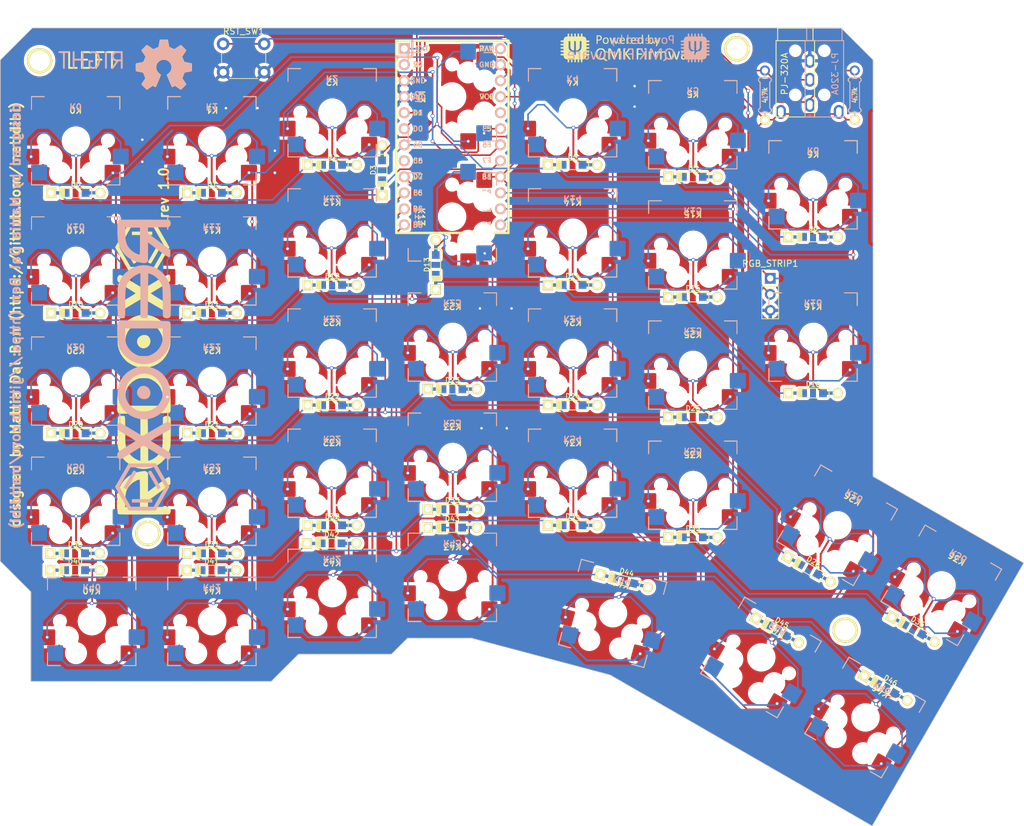
<source format=kicad_pcb>
(kicad_pcb (version 20240108) (generator "pcbnew") (generator_version "8.0")
  (title_block (title "Redox keyboard PCB") (date "2018-05-05") (rev "1.0") (comment 1 "designed by Mattia Dal Ben (aka u/TiaMaT102)") (comment 2 "https://github.com/mattdibi/redox-keyboard"))
  (layers (0 "F.Cu" signal) (31 "B.Cu" signal) (34 "B.Paste" user) (35 "F.Paste" user) (36 "B.SilkS" user "B.Silkscreen") (37 "F.SilkS" user "F.Silkscreen") (38 "B.Mask" user) (39 "F.Mask" user) (44 "Edge.Cuts" user))
  (net 0 "")
  (net 1 "row0")
  (net 2 "row1")
  (net 3 "row2")
  (net 4 "row3")
  (net 5 "row4")
  (net 6 "col0")
  (net 7 "col1")
  (net 8 "col2")
  (net 9 "col3")
  (net 10 "col4")
  (net 11 "col5")
  (net 12 "col6")
  (net 13 "VCC")
  (net 14 "SDA")
  (net 15 "SCL")
  (net 16 "rgb_data")
  (net 17 "GND")
  (net 18 "RST")
  (net 19 "Net-(D0-A)")
  (net 20 "Net-(D1-A)")
  (net 21 "Net-(D2-A)")
  (net 22 "Net-(D3-A)")
  (net 23 "Net-(D4-A)")
  (net 24 "Net-(D5-A)")
  (net 25 "Net-(D6-A)")
  (net 26 "Net-(D10-A)")
  (net 27 "Net-(D11-A)")
  (net 28 "Net-(D12-A)")
  (net 29 "Net-(D13-A)")
  (net 30 "Net-(D14-A)")
  (net 31 "Net-(D15-A)")
  (net 32 "Net-(D16-A)")
  (net 33 "Net-(D20-A)")
  (net 34 "Net-(D21-A)")
  (net 35 "Net-(D22-A)")
  (net 36 "Net-(D23-A)")
  (net 37 "Net-(D24-A)")
  (net 38 "Net-(D25-A)")
  (net 39 "Net-(D26-A)")
  (net 40 "Net-(D30-A)")
  (net 41 "Net-(D31-A)")
  (net 42 "Net-(D32-A)")
  (net 43 "Net-(D33-A)")
  (net 44 "Net-(D34-A)")
  (net 45 "Net-(D35-A)")
  (net 46 "Net-(D36-A)")
  (net 47 "Net-(D40-A)")
  (net 48 "Net-(D41-A)")
  (net 49 "Net-(D42-A)")
  (net 50 "Net-(D43-A)")
  (net 51 "Net-(D44-A)")
  (net 52 "Net-(D45-A)")
  (net 53 "Net-(D46-A)")
  (footprint "redox_footprints:Diode-dual" (layer "F.Cu") (at 91.44 74.93 180)
    (property "Reference" "D0")
    (property "Value" "D" (hide yes))
  )
  (footprint "redox_footprints:Diode-dual" (layer "F.Cu") (at 113.03 74.93 180)
    (property "Reference" "D1")
    (property "Value" "D" (hide yes))
  )
  (footprint "redox_footprints:Diode-dual" (layer "F.Cu") (at 132.08 70.485 180)
    (property "Reference" "D2")
    (property "Value" "D" (hide yes))
  )
  (footprint "redox_footprints:Diode-dual" (layer "F.Cu") (at 140 71.35 -90)
    (property "Reference" "D3")
    (property "Value" "D" (hide yes))
  )
  (footprint "redox_footprints:Diode-dual" (layer "F.Cu") (at 170.18 70.485 180)
    (property "Reference" "D4")
    (property "Value" "D" (hide yes))
  )
  (footprint "redox_footprints:Diode-dual" (layer "F.Cu") (at 189.23 72.39 180)
    (property "Reference" "D5")
    (property "Value" "D" (hide yes))
  )
  (footprint "redox_footprints:Diode-dual" (layer "F.Cu") (at 208.28 81.915 180)
    (property "Reference" "D6")
    (property "Value" "D" (hide yes))
  )
  (footprint "redox_footprints:Diode-dual" (layer "F.Cu") (at 91.44 93.98 180)
    (property "Reference" "D10")
    (property "Value" "D" (hide yes))
  )
  (footprint "redox_footprints:Diode-dual" (layer "F.Cu") (at 113.03 93.98 180)
    (property "Reference" "D11")
    (property "Value" "D" (hide yes))
  )
  (footprint "redox_footprints:Diode-dual" (layer "F.Cu") (at 132.08 89.535 180)
    (property "Reference" "D12")
    (property "Value" "D" (hide yes))
  )
  (footprint "redox_footprints:Diode-dual" (layer "F.Cu") (at 148.5 86.35 -90)
    (property "Reference" "D13")
    (property "Value" "D" (hide yes))
  )
  (footprint "redox_footprints:Diode-dual" (layer "F.Cu") (at 170.18 89.535 180)
    (property "Reference" "D14")
    (property "Value" "D" (hide yes))
  )
  (footprint "redox_footprints:Diode-dual" (layer "F.Cu") (at 189.23 91.44 180)
    (property "Reference" "D15")
    (property "Value" "D" (hide yes))
  )
  (footprint "redox_footprints:Diode-dual" (layer "F.Cu") (at 208.28 106.68 180)
    (property "Reference" "D16")
    (property "Value" "D" (hide yes))
  )
  (footprint "redox_footprints:Diode-dual" (layer "F.Cu") (at 91.44 113.03 180)
    (property "Reference" "D20")
    (property "Value" "D" (hide yes))
  )
  (footprint "redox_footprints:Diode-dual" (layer "F.Cu") (at 113.03 113.03 180)
    (property "Reference" "D21")
    (property "Value" "D" (hide yes))
  )
  (footprint "redox_footprints:Diode-dual" (layer "F.Cu") (at 132.08 108.585 180)
    (property "Reference" "D22")
    (property "Value" "D" (hide yes))
  )
  (footprint "redox_footprints:Diode-dual" (layer "F.Cu") (at 151.13 106.045 180)
    (property "Reference" "D23")
    (property "Value" "D" (hide yes))
  )
  (footprint "redox_footprints:Diode-dual" (layer "F.Cu") (at 170.18 108.585 180)
    (property "Reference" "D24")
    (property "Value" "D" (hide yes))
  )
  (footprint "redox_footprints:Diode-dual" (layer "F.Cu") (at 189.23 110.49 180)
    (property "Reference" "D25")
    (property "Value" "D" (hide yes))
  )
  (footprint "redox_footprints:Diode-dual" (layer "F.Cu") (at 207.645 134.62 150)
    (property "Reference" "D26")
    (property "Value" "D" (hide yes))
  )
  (footprint "redox_footprints:Diode-dual" (layer "F.Cu") (at 91.35 132.08 180)
    (property "Reference" "D30")
    (property "Value" "D" (hide yes))
  )
  (footprint "redox_footprints:Diode-dual" (layer "F.Cu") (at 113.03 132.08 180)
    (property "Reference" "D31")
    (property "Value" "D" (hide yes))
  )
  (footprint "redox_footprints:Diode-dual" (layer "F.Cu") (at 132.08 127.635 180)
    (property "Reference" "D32")
    (property "Value" "D" (hide yes))
  )
  (footprint "redox_footprints:Diode-dual" (layer "F.Cu") (at 151.13 125.095 180)
    (property "Reference" "D33")
    (property "Value" "D" (hide yes))
  )
  (footprint "redox_footprints:Diode-dual" (layer "F.Cu") (at 170.18 127.635 180)
    (property "Reference" "D34")
    (property "Value" "D" (hide yes))
  )
  (footprint "redox_footprints:Diode-dual" (layer "F.Cu") (at 189.23 129.54 180)
    (property "Reference" "D35")
    (property "Value" "D" (hide yes))
  )
  (footprint "redox_footprints:Diode-dual" (layer "F.Cu") (at 224.155 144.145 150)
    (property "Reference" "D36")
    (property "Value" "D" (hide yes))
  )
  (footprint "redox_footprints:Diode-dual" (layer "F.Cu") (at 91.35 134.75 180)
    (property "Reference" "D40")
    (property "Value" "D" (hide yes))
  )
  (footprint "redox_footprints:Diode-dual" (layer "F.Cu") (at 112.97 134.75 180)
    (property "Reference" "D41")
    (property "Value" "D" (hide yes))
  )
  (footprint "redox_footprints:Diode-dual" (layer "F.Cu") (at 132 130.5 180)
    (property "Reference" "D42")
    (property "Value" "D" (hide yes))
  )
  (footprint "redox_footprints:Diode-dual" (layer "F.Cu") (at 151.1 128 180)
    (property "Reference" "D43")
    (property "Value" "D" (hide yes))
  )
  (footprint "redox_footprints:Diode-dual" (layer "F.Cu") (at 178.358 136.448811 165)
    (property "Reference" "D44")
    (property "Value" "D" (hide yes))
  )
  (footprint "redox_footprints:Diode-dual" (layer "F.Cu") (at 202.622501 144.3 150)
    (property "Reference" "D45")
    (property "Value" "D" (hide yes))
  )
  (footprint "redox_footprints:Diode-dual" (layer "F.Cu") (at 219.838269 153.45 150)
    (property "Reference" "D46")
    (property "Value" "D" (hide yes))
  )
  (footprint "redox_footprints:my_Mx_Alps_100-dualside-Hotswap" (layer "F.Cu") (at 91.44 66.675 180)
    (property "Reference" "K0" (hide yes))
    (property "Value" "KEYSW" (hide yes))
  )
  (footprint "redox_footprints:my_Mx_Alps_100-dualside-Hotswap" (layer "F.Cu") (at 113.03 66.675 180)
    (property "Reference" "K1" (hide yes))
    (property "Value" "KEYSW" (hide yes))
  )
  (footprint "redox_footprints:my_Mx_Alps_100-dualside-Hotswap" (layer "F.Cu") (at 132.08 62.23 180)
    (property "Reference" "K2" (hide yes))
    (property "Value" "KEYSW" (hide yes))
  )
  (footprint "redox_footprints:my_Mx_Alps_100-dualside-Hotswap" (layer "F.Cu") (at 151.13 59.69 -90)
    (property "Reference" "K3" (hide yes))
    (property "Value" "KEYSW" (hide yes))
  )
  (footprint "redox_footprints:my_Mx_Alps_100-dualside-Hotswap" (layer "F.Cu") (at 170.18 62.23 180)
    (property "Reference" "K4" (hide yes))
    (property "Value" "KEYSW" (hide yes))
  )
  (footprint "redox_footprints:my_Mx_Alps_100-dualside-Hotswap" (layer "F.Cu") (at 189.23 64.135 180)
    (property "Reference" "K5" (hide yes))
    (property "Value" "KEYSW" (hide yes))
  )
  (footprint "redox_footprints:my_Mx_Alps_100-dualside-Hotswap" (layer "F.Cu") (at 208.28 73.66 180)
    (property "Reference" "K6" (hide yes))
    (property "Value" "KEYSW" (hide yes))
  )
  (footprint "redox_footprints:my_Mx_Alps_100-dualside-Hotswap" (layer "F.Cu") (at 91.44 85.725 180)
    (property "Reference" "K10" (hide yes))
    (property "Value" "KEYSW" (hide yes))
  )
  (footprint "redox_footprints:my_Mx_Alps_100-dualside-Hotswap" (layer "F.Cu") (at 113.03 85.725 180)
    (property "Reference" "K11" (hide yes))
    (property "Value" "KEYSW" (hide yes))
  )
  (footprint "redox_footprints:my_Mx_Alps_100-dualside-Hotswap" (layer "F.Cu") (at 132.08 81.28 180)
    (property "Reference" "K12" (hide yes))
    (property "Value" "KEYSW" (hide yes))
  )
  (footprint "redox_footprints:my_Mx_Alps_100-dualside-Hotswap" (layer "F.Cu") (at 151.13 78.74 -90)
    (property "Reference" "K13" (hide yes))
    (property "Value" "KEYSW" (hide yes))
  )
  (footprint "redox_footprints:my_Mx_Alps_100-dualside-Hotswap" (layer "F.Cu") (at 170.18 81.28 180)
    (property "Reference" "K14" (hide yes))
    (property "Value" "KEYSW" (hide yes))
  )
  (footprint "redox_footprints:my_Mx_Alps_100-dualside-Hotswap" (layer "F.Cu") (at 189.23 83.185 180)
    (property "Reference" "K15" (hide yes))
    (property "Value" "KEYSW" (hide yes))
  )
  (footprint "redox_footprints:my_Mx_Alps_100-dualside-Hotswap" (layer "F.Cu") (at 208.28 97.79 180)
    (property "Reference" "K16" (hide yes))
    (property "Value" "KEYSW" (hide yes))
  )
  (footprint "redox_footprints:my_Mx_Alps_100-dualside-Hotswap" (layer "F.Cu") (at 91.44 104.775 180)
    (property "Reference" "K20" (hide yes))
    (property "Value" "KEYSW" (hide yes))
  )
  (footprint "redox_footprints:my_Mx_Alps_100-dualside-Hotswap" (layer "F.Cu") (at 113.03 104.775 180)
    (property "Reference" "K21" (hide yes))
    (property "Value" "KEYSW" (hide yes))
  )
  (footprint "redox_footprints:my_Mx_Alps_100-dualside-Hotswap" (layer "F.Cu") (at 132.08 100.33 180)
    (property "Reference" "K22" (hide yes))
    (property "Value" "KEYSW" (hide yes))
  )
  (footprint "redox_footprints:my_Mx_Alps_100-dualside-Hotswap" (layer "F.Cu") (at 151.13 97.79 180)
    (property "Reference" "K23" (hide yes))
    (property "Value" "KEYSW" (hide yes))
  )
  (footprint "redox_footprints:my_Mx_Alps_100-dualside-Hotswap" (layer "F.Cu") (at 170.18 100.33 180)
    (property "Reference" "K24" (hide yes))
    (property "Value" "KEYSW" (hide yes))
  )
  (footprint "redox_footprints:my_Mx_Alps_100-dualside-Hotswap" (layer "F.Cu") (at 189.23 102.235 180)
    (property "Reference" "K25" (hide yes))
    (property "Value" "KEYSW" (hide yes))
  )
  (footprint "redox_footprints:my_Mx_Alps_100-dualside-Hotswap" (layer "F.Cu") (at 212.09 127.635 150)
    (property "Reference" "K26" (hide yes))
    (property "Value" "KEYSW" (hide yes))
  )
  (footprint "redox_footprints:my_Mx_Alps_100-dualside-Hotswap" (layer "F.Cu") (at 91.44 123.825 180)
    (property "Reference" "K30" (hide yes))
    (property "Value" "KEYSW" (hide yes))
  )
  (footprint "redox_footprints:my_Mx_Alps_100-dualside-Hotswap" (layer "F.Cu") (at 113.03 123.825 180)
    (property "Reference" "K31" (hide yes))
    (property "Value" "KEYSW" (hide yes))
  )
  (footprint "redox_footprints:my_Mx_Alps_100-dualside-Hotswap" (layer "F.Cu") (at 132.08 119.38 180)
    (property "Reference" "K32" (hide yes))
    (property "Value" "KEYSW" (hide yes))
  )
  (footprint "redox_footprints:my_Mx_Alps_100-dualside-Hotswap" (layer "F.Cu") (at 151.13 116.84 180)
    (property "Reference" "K33" (hide yes))
    (property "Value" "KEYSW" (hide yes))
  )
  (footprint "redox_footprints:my_Mx_Alps_100-dualside-Hotswap" (layer "F.Cu") (at 170.18 119.38 180)
    (property "Reference" "K34" (hide yes))
    (property "Value" "KEYSW" (hide yes))
  )
  (footprint "redox_footprints:my_Mx_Alps_100-dualside-Hotswap" (layer "F.Cu") (at 189.23 121.285 180)
    (property "Reference" "K35" (hide yes))
    (property "Value" "KEYSW" (hide yes))
  )
  (footprint "redox_footprints:my_Mx_Alps_100-dualside-Hotswap" (layer "F.Cu") (at 228.6 137.16 150)
    (property "Reference" "K36" (hide yes))
    (property "Value" "KEYSW" (hide yes))
  )
  (footprint "redox_footprints:my_Mx_Alps_100-dualside-Hotswap" (layer "F.Cu") (at 93.98 142.875 180)
    (property "Reference" "K40" (hide yes))
    (property "Value" "KEYSW" (hide yes))
  )
  (footprint "redox_footprints:my_Mx_Alps_100-dualside-Hotswap" (layer "F.Cu") (at 113.03 142.875 180)
    (property "Reference" "K41" (hide yes))
    (property "Value" "KEYSW" (hide yes))
  )
  (footprint "redox_footprints:my_Mx_Alps_100-dualside-Hotswap" (layer "F.Cu") (at 132.08 138.43 180)
    (property "Reference" "K42" (hide yes))
    (property "Value" "KEYSW" (hide yes))
  )
  (footprint "redox_footprints:my_Mx_Alps_100-dualside-Hotswap" (layer "F.Cu") (at 151.13 135.89 180)
    (property "Reference" "K43" (hide yes))
    (property "Value" "KEYSW" (hide yes))
  )
  (footprint "redox_footprints:my_Mx_Alps_100-dualside-Hotswap" (layer "F.Cu") (at 176.53 141.605 165)
    (property "Reference" "K44" (hide yes))
    (property "Value" "KEYSW" (hide yes))
  )
  (footprint "redox_footprints:my_Mx_Alps_100-dualside-Hotswap" (layer "F.Cu") (at 200.025 148.59 150)
    (property "Reference" "K45" (hide yes))
    (property "Value" "KEYSW" (hide yes))
  )
  (footprint "redox_footprints:my_Mx_Alps_100-dualside-Hotswap" (layer "F.Cu") (at 216.535 158.115 150)
    (property "Reference" "K46" (hide yes))
    (property "Value" "KEYSW" (hide yes))
  )
  (footprint "redox_footprints:Resistor-Compact" (layer "F.Cu") (at 200.66 59.436 90)
    (property "Reference" "R1")
    (property "Value" "4.7k")
  )
  (footprint "redox_footprints:Resistor-Compact" (layer "F.Cu") (at 214.884 59.436 90)
    (property "Reference" "R2")
    (property "Value" "4.7k")
  )
  (footprint "redox_footprints:Pin_Header_Straight_1x03_Pitch2.54mm" (layer "F.Cu") (at 201.5 88.475)
    (property "Reference" "RGB_STRIP1")
    (property "Value" "Conn_01x03")
  )
  (footprint "redox_footprints:SW_PUSH_6mm_h4.3mm" (layer "F.Cu") (at 114.808 51.308)
    (property "Reference" "RST_SW1")
    (property "Value" "SW_PUSH")
  )
  (footprint "redox_footprints:TRRS-PJ-320A-dual" (layer "F.Cu") (at 207.772 50.8)
    (property "Reference" "TRRS1")
    (property "Value" "Audio-Jack-4")
  )
  (footprint "redox_footprints:ArduinoProMicro" (layer "F.Cu") (at 151.13 66.04 -90)
    (property "Reference" "U1" (hide yes))
    (property "Value" "ProMicro" (hide yes))
  )
  (footprint "keyboard_parts:HOLE_M3" (layer "F.Cu") (at 213.36 144.272)
    (property "Reference" "HOLE_M3" (hide yes))
    (property "Value" "VAL**" (hide yes))
  )
  (footprint "keyboard_parts:HOLE_M3" (layer "F.Cu") (at 85.725 53.975)
    (property "Reference" "HOLE_M3" (hide yes))
    (property "Value" "VAL**" (hide yes))
  )
  (footprint "keyboard_parts:HOLE_M3" (layer "F.Cu") (at 102.87 128.905)
    (property "Reference" "HOLE_M3" (hide yes))
    (property "Value" "VAL**" (hide yes))
  )
  (footprint "keyboard_parts:HOLE_M3" (layer "F.Cu") (at 196.215 52.07)
    (property "Reference" "HOLE_M3" (hide yes))
    (property "Value" "VAL**" (hide yes))
  )
  (footprint "Symbols:OSHW-Symbol_8.9x8mm_SilkScreen" (layer "F.Cu") (at 105.41 54.61)
    (property "Reference" "REF***" (hide yes))
    (property "Value" "OSHW-Logo2_14.6x12mm_SilkScreen" (hide yes))
  )
  (footprint "myparts:redox-logo" (layer "F.Cu") (at 102.235 102.87 90)
    (property "Reference" "G***" (hide yes))
    (property "Value" "LOGO" (hide yes))
  )
  (footprint "myparts:qmk-badge" (layer "F.Cu") (at 179.578 51.943)
    (property "Reference" "G***" (hide yes))
    (property "Value" "LOGO" (hide yes))
  )
  (footprint "Symbols:OSHW-Symbol_8.9x8mm_SilkScreen" (layer "B.Cu") (at 105.41 54.61 180)
    (property "Reference" "REF***" (hide yes))
    (property "Value" "OSHW-Logo2_14.6x12mm_SilkScreen" (hide yes))
  )
  (footprint "myparts:redox-logo" (layer "B.Cu") (at 102.235 102.235 -90)
    (property "Reference" "G***" (hide yes))
    (property "Value" "LOGO" (hide yes))
  )
  (footprint "myparts:qmk-badge" (layer "B.Cu") (at 180.594 51.943 180)
    (property "Reference" "G***" (hide yes))
    (property "Value" "LOGO" (hide yes))
  )
  (gr_line (start 154.178 145.542) (end 144.018 145.542) (stroke (width 0.1)) (layer "Edge.Cuts"))
  (gr_line (start 126.746 148.082) (end 141.478 148.082) (stroke (width 0.1)) (layer "Edge.Cuts"))
  (gr_line (start 79.502 53.848) (end 79.502 57.15) (stroke (width 0.1)) (layer "Edge.Cuts"))
  (gr_line (start 84.328 138.176) (end 84.328 152.4) (stroke (width 0.1)) (layer "Edge.Cuts"))
  (gr_line (start 84.328 152.4) (end 122.428 152.4) (stroke (width 0.1)) (layer "Edge.Cuts"))
  (gr_line (start 79.502 53.848) (end 84.582 48.768) (stroke (width 0.1)) (layer "Edge.Cuts"))
  (gr_line (start 217.551 175.26) (end 176.149 151.384) (stroke (width 0.1)) (layer "Edge.Cuts"))
  (gr_line (start 217.805 53.848) (end 212.725 48.768) (stroke (width 0.1)) (layer "Edge.Cuts"))
  (gr_line (start 79.502 57.15) (end 79.502 133.35) (stroke (width 0.1)) (layer "Edge.Cuts"))
  (gr_line (start 217.805 64.008) (end 217.805 119.888) (stroke (width 0.1)) (layer "Edge.Cuts"))
  (gr_line (start 212.725 48.768) (end 84.582 48.768) (stroke (width 0.1)) (layer "Edge.Cuts"))
  (gr_line (start 217.678 175.26) (end 241.681 133.604) (stroke (width 0.1)) (layer "Edge.Cuts"))
  (gr_line (start 176.149 151.384) (end 154.178 145.542) (stroke (width 0.1)) (layer "Edge.Cuts"))
  (gr_line (start 217.805 119.888) (end 241.681 133.604) (stroke (width 0.1)) (layer "Edge.Cuts"))
  (gr_line (start 217.805 53.848) (end 217.805 64.008) (stroke (width 0.1)) (layer "Edge.Cuts"))
  (gr_line (start 217.551 175.26) (end 217.678 175.26) (stroke (width 0.1)) (layer "Edge.Cuts"))
  (gr_line (start 79.502 133.35) (end 84.328 138.176) (stroke (width 0.1)) (layer "Edge.Cuts"))
  (gr_line (start 141.478 148.082) (end 144.018 145.542) (stroke (width 0.1)) (layer "Edge.Cuts"))
  (gr_line (start 122.428 152.4) (end 126.746 148.082) (stroke (width 0.1)) (layer "Edge.Cuts"))
  (gr_text "designed by Mattia Dal Ben (https://github.com/mattdibi)" (at 81.915 94.488 90) (layer "B.SilkS") (effects (font (size 1.5 1.5) (thickness 0.3)) (justify mirror)))
  (gr_text "RIGHT" (at 93.98 53.975 0) (layer "B.SilkS") (effects (font (size 2.5 2.5) (thickness 0.3)) (justify mirror)))
  (gr_text "LEFT" (at 93.98 53.975 0) (layer "F.SilkS") (effects (font (size 2.5 2.5) (thickness 0.3))))
  (gr_text "rev 1.0" (at 105.41 74.93 90) (layer "F.SilkS") (effects (font (size 1.5 1.5) (thickness 0.3))))
  (gr_text "designed by Mattia Dal Ben (https://github.com/mattdibi)" (at 81.915 94.234 90) (layer "F.SilkS") (effects (font (size 1.5 1.5) (thickness 0.3))))
  (segment (start 122.61 76.055) (end 128.18 70.485) (width 0.25) (layer "B.Cu") (net 1))
  (segment (start 169.385 72.39) (end 185.33 72.39) (width 0.25) (layer "B.Cu") (net 1))
  (segment (start 152.198004 67.31) (end 143.51 67.31) (width 0.25) (layer "B.Cu") (net 1))
  (segment (start 167.48 70.485) (end 169.385 72.39) (width 0.25) (layer "B.Cu") (net 1))
  (segment (start 129.38 70.485) (end 134.145 75.25) (width 0.25) (layer "B.Cu") (net 1))
  (segment (start 88.74 74.93) (end 89.865 76.055) (width 0.25) (layer "B.Cu") (net 1))
  (segment (start 202.839996 81.915) (end 204.38 81.915) (width 0.25) (layer "B.Cu") (net 1))
  (segment (start 134.145 75.25) (end 140 75.25) (width 0.25) (layer "B.Cu") (net 1))
  (segment (start 155 63.475) (end 155 62.275) (width 0.25) (layer "B.Cu") (net 1))
  (segment (start 165.7137 71.0513) (end 155.939304 71.0513) (width 0.25) (layer "B.Cu") (net 1))
  (segment (start 142.3087 68.5113) (end 143.51 67.31) (width 0.25) (layer "B.Cu") (net 1))
  (segment (start 186.53 72.39) (end 188.14 74) (width 0.25) (layer "B.Cu") (net 1))
  (segment (start 111.455 76.055) (end 122.61 76.055) (width 0.25) (layer "B.Cu") (net 1))
  (segment (start 140 74.05) (end 142.3087 71.7413) (width 0.25) (layer "B.Cu") (net 1))
  (segment (start 166.28 70.485) (end 165.7137 71.0513) (width 0.25) (layer "B.Cu") (net 1))
  (segment (start 142.3087 71.7413) (end 142.3087 68.5113) (width 0.25) (layer "B.Cu") (net 1))
  (segment (start 89.865 76.055) (end 108.005 76.055) (width 0.25) (layer "B.Cu") (net 1))
  (segment (start 188.14 74) (end 194.924996 74) (width 0.25) (layer "B.Cu") (net 1))
  (segment (start 194.924996 74) (end 202.839996 81.915) (width 0.25) (layer "B.Cu") (net 1))
  (segment (start 110.33 74.93) (end 111.455 76.055) (width 0.25) (layer "B.Cu") (net 1))
  (segment (start 108.005 76.055) (end 109.13 74.93) (width 0.25) (layer "B.Cu") (net 1))
  (segment (start 155.939304 71.0513) (end 152.198004 67.31) (width 0.25) (layer "B.Cu") (net 1))
  (segment (start 144.75 91.75) (end 144.75 73.63) (width 0.25) (layer "F.Cu") (net 2))
  (segment (start 144.75 73.63) (end 143.51 72.39) (width 0.25) (layer "F.Cu") (net 2))
  (via (at 144.75 91.75) (size 0.6) (drill 0.4) (layers "F.Cu" "B.Cu") (net 2))
  (segment (start 110.33 93.98) (end 111.455 95.105) (width 0.25) (layer "B.Cu") (net 2))
  (segment (start 147 91.75) (end 148.5 90.25) (width 0.25) (layer "B.Cu") (net 2))
  (segment (start 88.74 93.98) (end 89.865 95.105) (width 0.25) (layer "B.Cu") (net 2))
  (segment (start 144.75 91.75) (end 147 91.75) (width 0.25) (layer "B.Cu") (net 2))
  (segment (start 165.795 89.05) (end 166.28 89.535) (width 0.25) (layer "B.Cu") (net 2))
  (segment (start 168.48 89.535) (end 170.385 91.44) (width 0.25) (layer "B.Cu") (net 2))
  (segment (start 129.38 89.535) (end 131.595 91.75) (width 0.25) (layer "B.Cu") (net 2))
  (segment (start 122.61 95.105) (end 128.18 89.535) (width 0.25) (layer "B.Cu") (net 2))
  (segment (start 111.455 95.105) (end 122.61 95.105) (width 0.25) (layer "B.Cu") (net 2))
  (segment (start 167.48 89.535) (end 168.48 89.535) (width 0.25) (layer "B.Cu") (net 2))
  (segment (start 148.5 89.05) (end 165.795 89.05) (width 0.25) (layer "B.Cu") (net 2))
  (segment (start 187.69 91.44) (end 202.93 106.68) (width 0.25) (layer "B.Cu") (net 2))
  (segment (start 170.385 91.44) (end 185.33 91.44) (width 0.25) (layer "B.Cu") (net 2))
  (segment (start 131.595 91.75) (end 144.75 91.75) (width 0.25) (layer "B.Cu") (net 2))
  (segment (start 108.005 95.105) (end 109.13 93.98) (width 0.25) (layer "B.Cu") (net 2))
  (segment (start 186.53 91.44) (end 187.69 91.44) (width 0.25) (layer "B.Cu") (net 2))
  (segment (start 202.93 106.68) (end 204.38 106.68) (width 0.25) (layer "B.Cu") (net 2))
  (segment (start 89.865 95.105) (end 108.005 95.105) (width 0.25) (layer "B.Cu") (net 2))
  (segment (start 140.5 109.71) (end 140.5 77.94) (width 0.25) (layer "F.Cu") (net 3))
  (segment (start 140.5 77.94) (end 143.51 74.93) (width 0.25) (layer "F.Cu") (net 3))
  (via (at 140.5 109.71) (size 0.6) (drill 0.4) (layers "F.Cu" "B.Cu") (net 3))
  (segment (start 202.57583 125.07583) (end 202.57583 130.978329) (width 0.25) (layer "B.Cu") (net 3))
  (segment (start 88.74 113.03) (end 89.865 114.155) (width 0.25) (layer "B.Cu") (net 3))
  (segment (start 111.455 114.155) (end 122.61 114.155) (width 0.25) (layer "B.Cu") (net 3))
  (segment (start 89.865 114.155) (end 108.005 114.155) (width 0.25) (layer "B.Cu") (net 3))
  (segment (start 143.565 109.71) (end 147.23 106.045) (width 0.25) (layer "B.Cu") (net 3))
  (segment (start 150.97 108.585) (end 166.28 108.585) (width 0.25) (layer "B.Cu") (net 3))
  (segment (start 108.005 114.155) (end 109.13 113.03) (width 0.25) (layer "B.Cu") (net 3))
  (segment (start 202.57583 130.978329) (end 204.267501 132.67) (width 0.25) (layer "B.Cu") (net 3))
  (segment (start 187.99 110.49) (end 202.57583 125.07583) (width 0.25) (layer "B.Cu") (net 3))
  (segment (start 148.43 106.045) (end 150.97 108.585) (width 0.25) (layer "B.Cu") (net 3))
  (segment (start 110.33 113.03) (end 111.455 114.155) (width 0.25) (layer "B.Cu") (net 3))
  (segment (start 186.53 110.49) (end 187.99 110.49) (width 0.25) (layer "B.Cu") (net 3))
  (segment (start 169.385 110.49) (end 185.33 110.49) (width 0.25) (layer "B.Cu") (net 3))
  (segment (start 167.48 108.585) (end 169.385 110.49) (width 0.25) (layer "B.Cu") (net 3))
  (segment (start 122.61 114.155) (end 128.18 108.585) (width 0.25) (layer "B.Cu") (net 3))
  (segment (start 140.5 109.71) (end 143.565 109.71) (width 0.25) (layer "B.Cu") (net 3))
  (segment (start 130.505 109.71) (end 140.5 109.71) (width 0.25) (layer "B.Cu") (net 3))
  (segment (start 129.38 108.585) (end 130.505 109.71) (width 0.25) (layer "B.Cu") (net 3))
  (segment (start 143.51 77.47) (end 141.5 79.48) (width 0.25) (layer "F.Cu") (net 4))
  (segment (start 141.5 79.48) (end 141.5 129.375) (width 0.25) (layer "F.Cu") (net 4))
  (via (at 141.5 129.375) (size 0.6) (drill 0.4) (layers "F.Cu" "B.Cu") (net 4))
  (segment (start 167.48 127.635) (end 169.385 129.54) (width 0.25) (layer "B.Cu") (net 4))
  (segment (start 122.61 133.205) (end 128.18 127.635) (width 0.25) (layer "B.Cu") (net 4))
  (segment (start 216.75 138.5) (end 219.85936 141.60936) (width 0.25) (layer "B.Cu") (net 4))
  (segment (start 165.52 126.875) (end 166.28 127.635) (width 0.25) (layer "B.Cu") (net 4))
  (segment (start 89.775 133.205) (end 108.005 133.205) (width 0.25) (layer "B.Cu") (net 4))
  (segment (start 141.5 129.375) (end 142.95 129.375) (width 0.25) (layer "B.Cu") (net 4))
  (segment (start 220.191861 141.60936) (end 220.777501 142.195) (width 0.25) (layer "B.Cu") (net 4))
  (segment (start 110.33 132.08) (end 111.455 133.205) (width 0.25) (layer "B.Cu") (net 4))
  (segment (start 129.38 127.635) (end 131.12 129.375) (width 0.25) (layer "B.Cu") (net 4))
  (segment (start 198.09526 138.5) (end 216.75 138.5) (width 0.25) (layer "B.Cu") (net 4))
  (segment (start 108.005 133.205) (end 109.13 132.08) (width 0.25) (layer "B.Cu") (net 4))
  (segment (start 219.85936 141.60936) (end 220.191861 141.60936) (width 0.25) (layer "B.Cu") (net 4))
  (segment (start 142.95 129.375) (end 147.23 125.095) (width 0.25) (layer "B.Cu") (net 4))
  (segment (start 148.43 125.095) (end 150.21 126.875) (width 0.25) (layer "B.Cu") (net 4))
  (segment (start 186.53 129.54) (end 189.13526 129.54) (width 0.25) (layer "B.Cu") (net 4))
  (segment (start 111.455 133.205) (end 122.61 133.205) (width 0.25) (layer "B.Cu") (net 4))
  (segment (start 131.12 129.375) (end 141.5 129.375) (width 0.25) (layer "B.Cu") (net 4))
  (segment (start 189.13526 129.54) (end 198.09526 138.5) (width 0.25) (layer "B.Cu") (net 4))
  (segment (start 169.385 129.54) (end 185.33 129.54) (width 0.25) (layer "B.Cu") (net 4))
  (segment (start 150.21 126.875) (end 165.52 126.875) (width 0.25) (layer "B.Cu") (net 4))
  (segment (start 88.65 132.08) (end 89.775 133.205) (width 0.25) (layer "B.Cu") (net 4))
  (segment (start 142.25 81.27) (end 142.25 131.75) (width 0.25) (layer "F.Cu") (net 5))
  (segment (start 143.51 80.01) (end 142.25 81.27) (width 0.25) (layer "F.Cu") (net 5))
  (via (at 142.25 131.75) (size 0.6) (drill 0.4) (layers "F.Cu" "B.Cu") (net 5))
  (segment (start 158.229497 135.439417) (end 174.590889 135.439417) (width 0.25) (layer "B.Cu") (net 5))
  (segment (start 111.395 135.875) (end 122.725 135.875) (width 0.25) (layer "B.Cu") (net 5))
  (segment (start 150.79008 128) (end 158.229497 135.439417) (width 0.25) (layer "B.Cu") (net 5))
  (segment (start 107.945 135.875) (end 109.07 134.75) (width 0.25) (layer "B.Cu") (net 5))
  (segment (start 143.575 131.625) (end 147.2 128) (width 0.25) (layer "B.Cu") (net 5))
  (segment (start 129.3 130.5) (end 130.425 131.625) (width 0.25) (layer "B.Cu") (net 5))
  (segment (start 216.46077 151.46077) (end 216.46077 151.5) (width 0.25) (layer "B.Cu") (net 5))
  (segment (start 130.425 131.625) (end 142.5 131.625) (width 0.25) (layer "B.Cu") (net 5))
  (segment (start 122.725 135.875) (end 128.1 130.5) (width 0.25) (layer "B.Cu") (net 5))
  (segment (start 148.4 128) (end 150.79008 128) (width 0.25) (layer "B.Cu") (net 5))
  (segment (start 192.645002 135.75) (end 199.245002 142.35) (width 0.25) (layer "B.Cu") (net 5))
  (segment (start 88.65 134.75) (end 89.775 135.875) (width 0.25) (layer "B.Cu") (net 5))
  (segment (start 110.27 134.75) (end 111.395 135.875) (width 0.25) (layer "B.Cu") (net 5))
  (segment (start 207.95 142.95) (end 216.46077 151.46077) (width 0.25) (layer "B.Cu") (net 5))
  (segment (start 89.775 135.875) (end 107.945 135.875) (width 0.25) (layer "B.Cu") (net 5))
  (segment (start 175.75 135.75) (end 192.645002 135.75) (width 0.25) (layer "B.Cu") (net 5))
  (segment (start 142.5 131.625) (end 143.575 131.625) (width 0.25) (layer "B.Cu") (net 5))
  (segment (start 200.284232 142.95) (end 207.95 142.95) (width 0.25) (layer "B.Cu") (net 5))
  (segment (start 155.98 64.77) (end 155.22 65.53) (width 0.25) (layer "F.Cu") (net 6))
  (segment (start 97.8209 110.8209) (end 97.8209 128.3661) (width 0.3) (layer "F.Cu") (net 6))
  (segment (start 100.3609 147.4161) (end 99.8885 147.8885) (width 0.3) (layer "F.Cu") (net 6))
  (segment (start 149.419934 65.419934) (end 149.419934 61.330065) (width 0.25) (layer "F.Cu") (net 6))
  (segment (start 97.8209 128.3661) (end 97.307 128.88) (width 0.3) (layer "F.Cu") (net 6))
  (segment (start 97.8209 79) (end 97.8209 90.2661) (width 0.3) (layer "F.Cu") (net 6))
  (segment (start 100.3609 131.9339) (end 100.3609 147.4161) (width 0.3) (layer "F.Cu") (net 6))
  (segment (start 148.75 57.1722) (end 148.75 53.5) (width 0.25) (layer "F.Cu") (net 6))
  (segment (start 97.307 110.307) (end 97.8209 110.8209) (width 0.3) (layer "F.Cu") (net 6))
  (segment (start 97.3385 71.7615) (end 97.8209 72.2439) (width 0.3) (layer "F.Cu") (net 6))
  (segment (start 97.8209 72.2439) (end 97.8209 79) (width 0.3) (layer "F.Cu") (net 6))
  (segment (start 97.307 71.73) (end 97.3385 71.7615) (width 0.3) (layer "F.Cu") (net 6))
  (segment (start 97.8209 91.2939) (end 97.8209 109.3161) (width 0.3) (layer "F.Cu") (net 6))
  (segment (start 97.307 109.83) (end 97.307 110.307) (width 0.3) (layer "F.Cu") (net 6))
  (segment (start 97.8209 90.2661) (end 97.307 90.78) (width 0.3) (layer "F.Cu") (net 6))
  (segment (start 148.7111 60.621231) (end 148.7111 57.2111) (width 0.25) (layer "F.Cu") (net 6))
  (segment (start 97.307 128.88) (end 100.3609 131.9339) (width 0.3) (layer "F.Cu") (net 6))
  (segment (start 148.7111 57.2111) (end 148.75 57.1722) (width 0.25) (layer "F.Cu") (net 6))
  (segment (start 149.419934 61.330065) (end 148.7111 60.621231) (width 0.25) (layer "F.Cu") (net 6))
  (segment (start 97.8209 109.3161) (end 97.307 109.83) (width 0.3) (layer "F.Cu") (net 6))
  (segment (start 155 68.5) (end 152.5 68.5) (width 0.25) (layer "F.Cu") (net 6))
  (segment (start 152.5 68.5) (end 149.419934 65.419934) (width 0.25) (layer "F.Cu") (net 6))
  (segment (start 158.75 64.77) (end 155.98 64.77) (width 0.25) (layer "F.Cu") (net 6))
  (segment (start 155.22 68.28) (end 155 68.5) (width 0.25) (layer "F.Cu") (net 6))
  (segment (start 155.22 65.53) (end 155.22 68.28) (width 0.25) (layer "F.Cu") (net 6))
  (segment (start 99.8885 147.8885) (end 99.847 147.93) (width 0.3) (layer "F.Cu") (net 6))
  (segment (start 97.307 90.78) (end 97.8209 91.2939) (width 0.3) (layer "F.Cu") (net 6))
  (via (at 148.75 53.5) (size 0.6) (drill 0.4) (layers "F.Cu" "B.Cu") (net 6))
  (via (at 97.8209 79) (size 0.6) (drill 0.4) (layers "F.Cu" "B.Cu") (net 6))
  (via (at 97.307 90.78) (size 0.6) (drill 0.4) (layers "F.Cu" "B.Cu") (net 6))
  (via (at 97.3385 71.7615) (size 0.6) (drill 0.4) (layers "F.Cu" "B.Cu") (net 6))
  (via (at 97.307 109.83) (size 0.6) (drill 0.4) (layers "F.Cu" "B.Cu") (net 6))
  (via (at 97.307 128.88) (size 0.6) (drill 0.4) (layers "F.Cu" "B.Cu") (net 6))
  (via (at 99.8885 147.8885) (size 0.6) (drill 0.4) (layers "F.Cu" "B.Cu") (net 6))
  (segment (start 85.648 90.755) (end 87.548 92.655) (width 0.25) (layer "B.Cu") (net 6))
  (segment (start 148.6587 53.4087) (end 125.581133 53.4087) (width 0.25) (layer "B.Cu") (net 6))
  (segment (start 87.723 111.88) (end 95.257 111.88) (width 0.3) (layer "B.Cu") (net 6))
  (segment (start 114.733733 64.2561) (end 106.356904 64.2561) (width 0.25) (layer "B.Cu") (net 6))
  (segment (start 148.75 53.5) (end 148.6587 53.4087) (width 0.25) (layer "B.Cu") (net 6))
  (segment (start 85.648 109.805) (end 87.723 111.88) (width 0.3) (layer "B.Cu") (net 6))
  (segment (start 88.188 147.905) (end 90.113 149.83) (width 0.3) (layer "B.Cu") (net 6))
  (segment (start 95.432 92.655) (end 97.307 90.78) (width 0.25) (layer "B.Cu") (net 6))
  (segment (start 97.947 149.83) (end 99.8885 147.8885) (width 0.3) (layer "B.Cu") (net 6))
  (segment (start 98.851504 71.7615) (end 97.3385 71.7615) (width 0.25) (layer "B.Cu") (net 6))
  (segment (start 87.723 130.93) (end 95.257 130.93) (width 0.3) (layer "B.Cu") (net 6))
  (segment (start 95.257 111.88) (end 97.307 109.83) (width 0.3) (layer "B.Cu") (net 6))
  (segment (start 95.47 73.63) (end 97.3385 71.7615) (width 0.3) (layer "B.Cu") (net 6))
  (segment (start 87.573 73.63) (end 95.47 73.63) (width 0.3) (layer "B.Cu") (net 6))
  (segment (start 85.648 71.705) (end 87.573 73.63) (width 0.3) (layer "B.Cu") (net 6))
  (segment (start 85.648 128.855) (end 87.723 130.93) (width 0.3) (layer "B.Cu") (net 6))
  (segment (start 95.257 130.93) (end 97.307 128.88) (width 0.3) (layer "B.Cu") (net 6))
  (segment (start 90.113 149.83) (end 97.947 149.83) (width 0.3) (layer "B.Cu") (net 6))
  (segment (start 125.581133 53.4087) (end 114.733733 64.2561) (width 0.25) (layer "B.Cu") (net 6))
  (segment (start 106.356904 64.2561) (end 98.851504 71.7615) (width 0.25) (layer "B.Cu") (net 6))
  (segment (start 87.548 92.655) (end 95.432 92.655) (width 0.25) (layer "B.Cu") (net 6))
  (segment (start 119.4109 72.2439) (end 118.897 71.73) (width 0.3) (layer "F.Cu") (net 7))
  (segment (start 119.4109 129.3939) (end 119.4109 147.4161) (width 0.3) (layer "F.Cu") (net 7))
  (segment (start 158.75 67.31) (end 157.11 68.95) (width 0.25) (layer "F.Cu") (net 7))
  (segment (start 119.4109 79.5) (end 119.4109 72.2439) (width 0.3) (layer "F.Cu") (net 7))
  (segment (start 119.4109 90.2661) (end 119.4109 79.5) (width 0.3) (layer "F.Cu") (net 7))
  (segment (start 119.4109 147.4161) (end 118.897 147.93) (width 0.3) (layer "F.Cu") (net 7))
  (segment (start 157.11 68.95) (end 150.2 68.95) (width 0.25) (layer "F.Cu") (net 7))
  (segment (start 119.4109 110.3439) (end 119.0335 109.9665) (width 0.3) (layer "F.Cu") (net 7))
  (segment (start 119.0085 90.8915) (end 118.897 90.78) (width 0.3) (layer "F.Cu") (net 7))
  (segment (start 148 62.75) (end 148 55.75) (width 0.25) (layer "F.Cu") (net 7))
  (segment (start 118.897 109.83) (end 119.4109 109.3161) (width 0.3) (layer "F.Cu") (net 7))
  (segment (start 150.2 68.95) (end 148 66.75) (width 0.25) (layer "F.Cu") (net 7))
  (segment (start 119.4109 109.3161) (end 119.4109 91.2939) (width 0.3) (layer "F.Cu") (net 7))
  (segment (start 118.897 128.88) (end 119.4109 129.3939) (width 0.3) (layer "F.Cu") (net 7))
  (segment (start 119.4109 91.2939) (end 119.0085 90.8915) (width 0.3) (layer "F.Cu") (net 7))
  (segment (start 118.897 90.78) (end 119.4109 90.2661) (width 0.3) (layer "F.Cu") (net 7))
  (segment (start 119.0335 109.9665) (end 118.897 109.83) (width 0.3) (layer "F.Cu") (net 7))
  (segment (start 119.4109 128.3661) (end 119.4109 110.3439) (width 0.3) (layer "F.Cu") (net 7))
  (segment (start 118.897 128.88) (end 119.4109 128.3661) (width 0.3) (layer "F.Cu") (net 7))
  (via (at 148 62.75) (size 0.6) (drill 0.4) (layers "F.Cu" "B.Cu") (net 7))
  (via (at 148 62.75) (size 0.6) (drill 0.4) (layers "F.Cu" "B.Cu") (net 7))
  (via (at 118.897 147.93) (size 0.6) (drill 0.4) (layers "F.Cu" "B.Cu") (net 7))
  (via (at 148 62.75) (size 0.6) (drill 0.4) (layers "F.Cu" "B.Cu") (net 7))
  (via (at 148 55.75) (size 0.6) (drill 0.4) (layers "F.Cu" "B.Cu") (net 7))
  (via (at 119.4109 79.5) (size 0.6) (drill 0.4) (layers "F.Cu" "B.Cu") (net 7))
  (via (at 119.0085 90.8915) (size 0.6) (drill 0.4) (layers "F.Cu" "B.Cu") (net 7))
  (via (at 118.897 71.73) (size 0.6) (drill 0.4) (layers "F.Cu" "B.Cu") (net 7))
  (via (at 119.0335 109.9665) (size 0.6) (drill 0.4) (layers "F.Cu" "B.Cu") (net 7))
  (via (at 148 66.75) (size 0.6) (drill 0.4) (layers "F.Cu" "B.Cu") (net 7))
  (via (at 148 62.75) (size 0.6) (drill 0.4) (layers "F.Cu" "B.Cu") (net 7))
  (via (at 118.897 128.88) (size 0.6) (drill 0.4) (layers "F.Cu" "B.Cu") (net 7))
  (segment (start 124.395 62.355) (end 130.9387 55.8113) (width 0.25) (layer "B.Cu") (net 7))
  (segment (start 109.113 130.73) (end 114.52 130.73) (width 0.25) (layer "B.Cu") (net 7))
  (segment (start 107.238 90.755) (end 109.138 92.655) (width 0.25) (layer "B.Cu") (net 7))
  (segment (start 117.245 92.655) (end 119.0085 90.8915) (width 0.25) (layer "B.Cu") (net 7))
  (segment (start 147.9387 55.8113) (end 140.5613 55.8113) (width 0.25) (layer "B.Cu") (net 7))
  (segment (start 107.238 109.805) (end 109.138 111.705) (width 0.25) (layer "B.Cu") (net 7))
  (segment (start 114.52 130.73) (end 114.545 130.755) (width 0.25) (layer "B.Cu") (net 7))
  (segment (start 130.9387 55.8113) (end 140.5613 55.8113) (width 0.25) (layer "B.Cu") (net 7))
  (segment (start 148 55.75) (end 147.9387 55.8113) (width 0.25) (layer "B.Cu") (net 7))
  (segment (start 109.163 149.83) (end 116.997 149.83) (width 0.3) (layer "B.Cu") (net 7))
  (segment (start 114.545 130.755) (end 117.022 130.755) (width 0.25) (layer "B.Cu") (net 7))
  (segment (start 109.138 111.705) (end 117.295 111.705) (width 0.25) (layer "B.Cu") (net 7))
  (segment (start 124.395 68.826004) (end 124.395 62.355) (width 0.25) (layer "B.Cu") (net 7))
  (segment (start 107.238 71.705) (end 109.138 73.605) (width 0.25) (layer "B.Cu") (net 7))
  (segment (start 107.238 128.855) (end 109.113 130.73) (width 0.25) (layer "B.Cu") (net 7))
  (segment (start 116.997 149.83) (end 118.897 147.93) (width 0.3) (layer "B.Cu") (net 7))
  (segment (start 109.138 92.655) (end 117.245 92.655) (width 0.25) (layer "B.Cu") (net 7))
  (segment (start 148 66.75) (end 148 62.75) (width 0.25) (layer "B.Cu") (net 7))
  (segment (start 118.897 71.73) (end 121.491004 71.73) (width 0.25) (layer "B.Cu") (net 7))
  (segment (start 107.238 147.905) (end 109.163 149.83) (width 0.3) (layer "B.Cu") (net 7))
  (segment (start 117.295 111.705) (end 119.0335 109.9665) (width 0.25) (layer "B.Cu") (net 7))
  (segment (start 117.022 130.755) (end 118.897 128.88) (width 0.25) (layer "B.Cu") (net 7))
  (segment (start 121.491004 71.73) (end 124.395 68.826004) (width 0.25) (layer "B.Cu") (net 7))
  (segment (start 117.022 73.605) (end 118.897 71.73) (width 0.25) (layer "B.Cu") (net 7))
  (segment (start 109.138 73.605) (end 117.022 73.605) (width 0.25) (layer "B.Cu") (net 7))
  (segment (start 138.4609 85.8211) (end 137.947 86.335) (width 0.3) (layer "F.Cu") (net 8))
  (segment (start 138.4609 123.9211) (end 137.947 124.435) (width 0.3) (layer "F.Cu") (net 8))
  (segment (start 142.25 71.75) (end 142.25 75.25) (width 0.25) (layer "F.Cu") (net 8))
  (segment (start 137.947 105.385) (end 137.947 105.947) (width 0.3) (layer "F.Cu") (net 8))
  (segment (start 138.4609 67.7989) (end 138.4609 78) (width 0.3) (layer "F.Cu") (net 8))
  (segment (start 138.4609 142.9711) (end 137.947 143.485) (width 0.3) (layer "F.Cu") (net 8))
  (segment (start 137.947 124.435) (end 138.006 124.494) (width 0.3) (layer "F.Cu") (net 8))
  (segment (start 137.947 67.285) (end 138.4609 67.7989) (width 0.3) (layer "F.Cu") (net 8))
  (segment (start 138.4609 106.4609) (end 138.4609 123.9211) (width 0.3) (layer "F.Cu") (net 8))
  (segment (start 142.25 75.25) (end 139.5 78) (width 0.25) (layer "F.Cu") (net 8))
  (segment (start 138.4609 86.8489) (end 138.4609 104.8711) (width 0.3) (layer "F.Cu") (net 8))
  (segment (start 137.947 105.947) (end 138.4609 106.4609) (width 0.3) (layer "F.Cu") (net 8))
  (segment (start 157.4113 71.1887) (end 142.8113 71.1887) (width 0.25) (layer "F.Cu") (net 8))
  (segment (start 139.5 78) (end 138.4609 78) (width 0.25) (layer "F.Cu") (net 8))
  (segment (start 137.947 86.335) (end 138.4609 86.8489) (width 0.3) (layer "F.Cu") (net 8))
  (segment (start 138.4609 78) (end 138.4609 85.8211) (width 0.3) (layer "F.Cu") (net 8))
  (segment (start 138.4609 124.9489) (end 138.4609 142.9711) (width 0.3) (layer "F.Cu") (net 8))
  (segment (start 158.75 69.85) (end 157.4113 71.1887) (width 0.25) (layer "F.Cu") (net 8))
  (segment (start 142.8113 71.1887) (end 142.25 71.75) (width 0.25) (layer "F.Cu") (net 8))
  (segment (start 138.4609 104.8711) (end 137.947 105.385) (width 0.3) (layer "F.Cu") (net 8))
  (segment (start 138.006 124.494) (end 138.4609 124.9489) (width 0.3) (layer "F.Cu") (net 8))
  (via (at 138.006 124.494) (size 0.6) (drill 0.4) (layers "F.Cu" "B.Cu") (net 8))
  (via (at 137.947 67.285) (size 0.6) (drill 0.4) (layers "F.Cu" "B.Cu") (net 8))
  (via (at 137.947 105.385) (size 0.6) (drill 0.4) (layers "F.Cu" "B.Cu") (net 8))
  (via (at 137.947 143.485) (size 0.6) (drill 0.4) (layers "F.Cu" "B.Cu") (net 8))
  (via (at 137.947 86.335) (size 0.6) (drill 0.4) (layers "F.Cu" "B.Cu") (net 8))
  (segment (start 128.388 88.41) (end 135.872 88.41) (width 0.25) (layer "B.Cu") (net 8))
  (segment (start 126.288 143.46) (end 128.213 145.385) (width 0.3) (layer "B.Cu") (net 8))
  (segment (start 135.872 88.41) (end 137.947 86.335) (width 0.25) (layer "B.Cu") (net 8))
  (segment (start 128.388 126.51) (end 135.99 126.51) (width 0.25) (layer "B.Cu") (net 8))
  (segment (start 128.388 69.36) (end 135.872 69.36) (width 0.25) (layer "B.Cu") (net 8))
  (segment (start 126.288 67.26) (end 128.388 69.36) (width 0.25) (layer "B.Cu") (net 8))
  (segment (start 128.188 107.26) (end 136.072 107.26) (width 0.25) (layer "B.Cu") (net 8))
  (segment (start 136.047 145.385) (end 137.947 143.485) (width 0.3) (layer "B.Cu") (net 8))
  (segment (start 136.072 107.26) (end 137.947 105.385) (width 0.25) (layer "B.Cu") (net 8))
  (segment (start 126.288 86.31) (end 128.388 88.41) (width 0.25) (layer "B.Cu") (net 8))
  (segment (start 128.213 145.385) (end 136.047 145.385) (width 0.3) (layer "B.Cu") (net 8))
  (segment (start 126.288 124.41) (end 128.388 126.51) (width 0.25) (layer "B.Cu") (net 8))
  (segment (start 135.99 126.51) (end 138.006 124.494) (width 0.25) (layer "B.Cu") (net 8))
  (segment (start 126.288 105.36) (end 128.188 107.26) (width 0.25) (layer "B.Cu") (net 8))
  (segment (start 135.872 69.36) (end 137.947 67.285) (width 0.25) (layer "B.Cu") (net 8))
  (segment (start 156.25 84.532) (end 159.9513 80.8307) (width 0.25) (layer "F.Cu") (net 9))
  (segment (start 159.9513 80.8307) (end 159.9513 73.5913) (width 0.25) (layer "F.Cu") (net 9))
  (segment (start 157.4859 102.3561) (end 157.4859 85.7679) (width 0.25) (layer "F.Cu") (net 9))
  (segment (start 156.86 72.39) (end 158.75 72.39) (width 0.25) (layer "F.Cu") (net 9))
  (segment (start 157.4859 102.3561) (end 157.046 102.796) (width 0.25) (layer "F.Cu") (net 9))
  (segment (start 159.247595 53.4087) (end 161 55.161105) (width 0.25) (layer "F.Cu") (net 9))
  (segment (start 156.5993 53.4087) (end 159.247595 53.4087) (width 0.25) (layer "F.Cu") (net 9))
  (segment (start 156.185 53.823) (end 156.5993 53.4087) (width 0.25) (layer "F.Cu") (net 9))
  (segment (start 156.16 65.482) (end 156.678 66) (width 0.25) (layer "F.Cu") (net 9))
  (segment (start 157.071 121.821) (end 156.997 121.895) (width 0.3) (layer "F.Cu") (net 9))
  (segment (start 158.75 72.39) (end 161 70.14) (width 0.25) (layer "F.Cu") (net 9))
  (segment (start 157.5109 103.3589) (end 157.5109 121.3811) (width 0.3) (layer "F.Cu") (net 9))
  (segment (start 156.997 121.895) (end 157.5109 122.4089) (width 0.3) (layer "F.Cu") (net 9))
  (segment (start 157.4859 85.7679) (end 156.25 84.532) (width 0.25) (layer "F.Cu") (net 9))
  (segment (start 161 66) (end 161 60.75) (width 0.25) (layer "F.Cu") (net 9))
  (segment (start 156.678 66) (end 161 66) (width 0.25) (layer "F.Cu") (net 9))
  (segment (start 156.25 73) (end 156.86 72.39) (width 0.25) (layer "F.Cu") (net 9))
  (segment (start 156.997 102.845) (end 157.5109 103.3589) (width 0.3) (layer "F.Cu") (net 9))
  (segment (start 159.9513 73.5913) (end 158.75 72.39) (width 0.25) (layer "F.Cu") (net 9))
  (segment (start 157.5109 122.4089) (end 157.5109 140.4311) (width 0.3) (layer "F.Cu") (net 9))
  (segment (start 157.5109 140.4311) (end 156.997 140.945) (width 0.3) (layer "F.Cu") (net 9))
  (segment (start 161 70.14) (end 161 66) (width 0.25) (layer "F.Cu") (net 9))
  (segment (start 157.046 102.796) (end 156.997 102.845) (width 0.25) (layer "F.Cu") (net 9))
  (segment (start 157.5109 121.3811) (end 157.071 121.821) (width 0.3) (layer "F.Cu") (net 9))
  (segment (start 156.997 102.845) (end 157.4859 102.3561) (width 0.25) (layer "F.Cu") (net 9))
  (segment (start 161 55.161105) (end 161 58.5) (width 0.25) (layer "F.Cu") (net 9))
  (via (at 156.997 140.945) (size 0.6) (drill 0.4) (layers "F.Cu" "B.Cu") (net 9))
  (via (at 156.16 65.482) (size 0.6) (drill 0.4) (layers "F.Cu" "B.Cu") (net 9))
  (via (at 161 58.5) (size 0.6) (drill 0.4) (layers "F.Cu" "B.Cu") (net 9))
  (via (at 157.046 102.796) (size 0.6) (drill 0.4) (layers "F.Cu" "B.Cu") (net 9))
  (via (at 156.25 84.532) (size 0.6) (drill 0.4) (layers "F.Cu" "B.Cu") (net 9))
  (via (at 161 60.75) (size 0.6) (drill 0.4) (layers "F.Cu" "B.Cu") (net 9))
  (via (at 157.071 121.821) (size 0.6) (drill 0.4) (layers "F.Cu" "B.Cu") (net 9))
  (segment (start 156.25 84.532) (end 157.218 84.532) (width 0.25) (layer "B.Cu") (net 9))
  (segment (start 147.238 104.72) (end 155.122 104.72) (width 0.25) (layer "B.Cu") (net 9))
  (segment (start 161 58.5) (end 161 60.75) (width 0.25) (layer "B.Cu") (net 9))
  (segment (start 147.263 142.845) (end 155.097 142.845) (width 0.3) (layer "B.Cu") (net 9))
  (segment (start 145.338 140.92) (end 147.263 142.845) (width 0.3) (layer "B.Cu") (net 9))
  (segment (start 156.16 84.532) (end 156.25 84.532) (width 0.25) (layer "B.Cu") (net 9))
  (segment (start 155.122 104.72) (end 157.046 102.796) (width 0.25) (layer "B.Cu") (net 9))
  (segment (start 155.097 142.845) (end 156.997 140.945) (width 0.3) (layer "B.Cu") (net 9))
  (segment (start 145.338 121.87) (end 147.238 123.77) (width 0.25) (layer "B.Cu") (net 9))
  (segment (start 155.122 123.77) (end 157.071 121.821) (width 0.25) (layer "B.Cu") (net 9))
  (segment (start 147.238 123.77) (end 155.122 123.77) (width 0.25) (layer "B.Cu") (net 9))
  (segment (start 145.338 102.82) (end 147.238 104.72) (width 0.25) (layer "B.Cu") (net 9))
  (segment (start 176.5359 75) (end 176.5359 85.8461) (width 0.25) (layer "F.Cu") (net 10))
  (segment (start 176.5359 85.8461) (end 176.047 86.335) (width 0.25) (layer "F.Cu") (net 10))
  (segment (start 184.5 144.395003) (end 180.888757 148.006246) (width 0.25) (layer "F.Cu") (net 10))
  (segment (start 176.5359 86.8239) (end 176.5359 104.8961) (width 0.25) (layer "F.Cu") (net 10))
  (segment (start 184.5 132.888) (end 184.5 144.395003) (width 0.25) (layer "F.Cu") (net 10))
  (segment (start 176.047 86.335) (end 176.106 86.394) (width 0.25) (layer "F.Cu") (net 10))
  (segment (start 176.047 105.385) (end 176.081 105.419) (width 0.25) (layer "F.Cu") (net 10))
  (segment (start 176.047 67.285) (end 176.5359 67.7739) (width 0.25) (layer "F.Cu") (net 10))
  (segment (start 176.081 105.419) (end 176.5359 105.8739) (width 0.25) (layer "F.Cu") (net 10))
  (segment (start 176.106 86.394) (end 176.5359 86.8239) (width 0.25) (layer "F.Cu") (net 10))
  (segment (start 176.5359 67.7739) (end 176.5359 75) (width 0.25) (layer "F.Cu") (net 10))
  (segment (start 176.5359 105.8739) (end 176.5359 123.9461) (width 0.25) (layer "F.Cu") (net 10))
  (segment (start 176.5359 123.9461) (end 176.047 124.435) (width 0.25) (layer "F.Cu") (net 10))
  (segment (start 176.5359 104.8961) (end 176.047 105.385) (width 0.25) (layer "F.Cu") (net 10))
  (segment (start 176.047 124.435) (end 184.5 132.888) (width 0.25) (layer "F.Cu") (net 10))
  (via (at 176.081 105.419) (size 0.6) (drill 0.4) (layers "F.Cu" "B.Cu") (net 10))
  (via (at 176.047 124.435) (size 0.6) (drill 0.4) (layers "F.Cu" "B.Cu") (net 10))
  (via (at 180.888757 148.006246) (size 0.6) (drill 0.4) (layers "F.Cu" "B.Cu") (net 10))
  (via (at 176.5359 75) (size 0.6) (drill 0.4) (layers "F.Cu" "B.Cu") (net 10))
  (via (at 176.047 67.285) (size 0.6) (drill 0.4) (layers "F.Cu" "B.Cu") (net 10))
  (via (at 176.106 86.394) (size 0.6) (drill 0.4) (layers "F.Cu" "B.Cu") (net 10))
  (segment (start 164.388 124.41) (end 166.288 126.31) (width 0.25) (layer "B.Cu") (net 10))
  (segment (start 169.633498 144.964527) (end 169.633498 146.258622) (width 0.3) (layer "B.Cu") (net 10))
  (segment (start 166.288 126.31) (end 174.172 126.31) (width 0.25) (layer "B.Cu") (net 10))
  (segment (start 166.378 69.25) (end 174.082 69.25) (width 0.25) (layer "B.Cu") (net 10))
  (segment (start 174.29 88.21) (end 176.106 86.394) (width 0.25) (layer "B.Cu") (net 10))
  (segment (start 166.288 107.26) (end 174.24 107.26) (width 0.25) (layer "B.Cu") (net 10))
  (segment (start 176.4659 74.93) (end 158.75 74.93) (width 0.25) (layer "B.Cu") (net 10))
  (segment (start 164.388 86.31) (end 166.288 88.21) (width 0.25) (layer "B.Cu") (net 10))
  (segment (start 174.172 126.31) (end 176.047 124.435) (width 0.25) (layer "B.Cu") (net 10))
  (segment (start 179.843377 149.051626) (end 180.888757 148.006246) (width 0.3) (layer "B.Cu") (net 10))
  (segment (start 176.5359 75) (end 176.4659 74.93) (width 0.25) (layer "B.Cu") (net 10))
  (segment (start 166.288 88.21) (end 174.29 88.21) (width 0.25) (layer "B.Cu") (net 10))
  (segment (start 164.388 67.26) (end 166.378 69.25) (width 0.25) (layer "B.Cu") (net 10))
  (segment (start 164.388 105.36) (end 166.288 107.26) (width 0.25) (layer "B.Cu") (net 10))
  (segment (start 172.426502 149.051626) (end 179.843377 149.051626) (width 0.3) (layer "B.Cu") (net 10))
  (segment (start 169.633498 146.258622) (end 172.426502 149.051626) (width 0.3) (layer "B.Cu") (net 10))
  (segment (start 174.082 69.25) (end 176.047 67.285) (width 0.25) (layer "B.Cu") (net 10))
  (segment (start 174.24 107.26) (end 176.081 105.419) (width 0.25) (layer "B.Cu") (net 10))
  (segment (start 195.6109 77.5) (end 195.6109 87.7261) (width 0.3) (layer "F.Cu") (net 11))
  (segment (start 195.6109 69.7039) (end 195.6109 77.5) (width 0.3) (layer "F.Cu") (net 11))
  (segment (start 195.6109 106.7761) (end 195.1435 107.2435) (width 0.3) (layer "F.Cu") (net 11))
  (segment (start 190.5 149.499161) (end 190.5 133.760991) (width 0.25) (layer "F.Cu") (net 11))
  (segment (start 195.6109 88.7539) (end 195.6109 106.7761) (width 0.3) (layer "F.Cu") (net 11))
  (segment (start 195.097 107.29) (end 195.6109 107.8039) (width 0.3) (layer "F.Cu") (net 11))
  (segment (start 195.097 69.19) (end 195.1535 69.2465) (width 0.3) (layer "F.Cu") (net 11))
  (segment (start 201.663407 156.816322) (end 197.817161 156.816322) (width 0.25) (layer "F.Cu") (net 11))
  (segment (start 195.1685 88.1685) (end 195.097 88.24) (width 0.3) (layer "F.Cu") (net 11))
  (segment (start 202.578471 155.901258) (end 201.663407 156.816322) (width 0.25) (layer "F.Cu") (net 11))
  (segment (start 195.1435 107.2435) (end 195.097 107.29) (width 0.3) (layer "F.Cu") (net 11))
  (segment (start 195.6109 107.8039) (end 195.6109 125.8261) (width 0.3) (layer "F.Cu") (net 11))
  (segment (start 195.097 129.163991) (end 195.097 126.34) (width 0.25) (layer "F.Cu") (net 11))
  (segment (start 195.6109 125.8261) (end 195.097 126.34) (width 0.3) (layer "F.Cu") (net 11))
  (segment (start 195.6109 87.7261) (end 195.1685 88.1685) (width 0.3) (layer "F.Cu") (net 11))
  (segment (start 197.817161 156.816322) (end 190.5 149.499161) (width 0.25) (layer "F.Cu") (net 11))
  (segment (start 190.5 133.760991) (end 195.097 129.163991) (width 0.25) (layer "F.Cu") (net 11))
  (segment (start 195.097 88.24) (end 195.6109 88.7539) (width 0.3) (layer "F.Cu") (net 11))
  (segment (start 195.1535 69.2465) (end 195.6109 69.7039) (width 0.3) (layer "F.Cu") (net 11))
  (via (at 195.1535 69.2465) (size 0.6) (drill 0.4) (layers "F.Cu" "B.Cu") (net 11))
  (via (at 195.6109 77.5) (size 0.6) (drill 0.4) (layers "F.Cu" "B.Cu") (net 11))
  (via (at 195.1435 107.2435) (size 0.6) (drill 0.4) (layers "F.Cu" "B.Cu") (net 11))
  (via (at 202.578471 155.901258) (size 0.6) (drill 0.4) (layers "F.Cu" "B.Cu") (net 11))
  (via (at 195.097 126.34) (size 0.6) (drill 0.4) (layers "F.Cu" "B.Cu") (net 11))
  (via (at 195.1685 88.1685) (size 0.6) (drill 0.4) (layers "F.Cu" "B.Cu") (net 11))
  (segment (start 158.75 77.47) (end 195.5809 77.47) (width 0.25) (layer "B.Cu") (net 11))
  (segment (start 185.538 109.365) (end 193.022 109.365) (width 0.25) (layer "B.Cu") (net 11))
  (segment (start 197.125755 156.125258) (end 202.354471 156.125258) (width 0.25) (layer "B.Cu") (net 11))
  (segment (start 193.022 90.315) (end 195.1685 88.1685) (width 0.25) (layer "B.Cu") (net 11))
  (segment (start 193.222 128.215) (end 195.097 126.34) (width 0.25) (layer "B.Cu") (net 11))
  (segment (start 183.438 107.265) (end 185.538 109.365) (width 0.25) (layer "B.Cu") (net 11))
  (segment (start 193.022 109.365) (end 195.1435 107.2435) (width 0.25) (layer "B.Cu") (net 11))
  (segment (start 193.335 71.065) (end 195.1535 69.2465) (width 0.25) (layer "B.Cu") (net 11))
  (segment (start 192.493981 151.493484) (end 197.125755 156.125258) (width 0.25) (layer "B.Cu") (net 11))
  (segment (start 183.438 88.215) (end 185.538 90.315) (width 0.25) (layer "B.Cu") (net 11))
  (segment (start 192.493981 150.050108) (end 192.493981 151.493484) (width 0.25) (layer "B.Cu") (net 11))
  (segment (start 190.99335 128.19) (end 191.01835 128.215) (width 0.25) (layer "B.Cu") (net 11))
  (segment (start 183.438 69.165) (end 185.338 71.065) (width 0.25) (layer "B.Cu") (net 11))
  (segment (start 202.354471 156.125258) (end 202.578471 155.901258) (width 0.25) (layer "B.Cu") (net 11))
  (segment (start 185.338 71.065) (end 193.335 71.065) (width 0.25) (layer "B.Cu") (net 11))
  (segment (start 183.438 126.315) (end 185.313 128.19) (width 0.25) (layer "B.Cu") (net 11))
  (segment (start 191.01835 128.215) (end 193.222 128.215) (width 0.25) (layer "B.Cu") (net 11))
  (segment (start 195.5809 77.47) (end 195.6109 77.5) (width 0.25) (layer "B.Cu") (net 11))
  (segment (start 185.538 90.315) (end 193.022 90.315) (width 0.25) (layer "B.Cu") (net 11))
  (segment (start 185.313 128.19) (end 190.99335 128.19) (width 0.25) (layer "B.Cu") (net 11))
  (segment (start 226.5 157.025273) (end 226.5 149.25) (width 0.25) (layer "F.Cu") (net 12))
  (segment (start 226.5 149.25) (end 228.379729 147.245) (width 0.3) (layer "F.Cu") (net 12))
  (segment (start 214.147 116.533614) (end 217.80861 120.195224) (width 0.3) (layer "F.Cu") (net 12))
  (segment (start 219.088471 165.426258) (end 226.5 157.025273) (width 0.25) (layer "F.Cu") (net 12))
  (segment (start 214.147 103) (end 214.147 116.533614) (width 0.3) (layer "F.Cu") (net 12))
  (segment (start 228.379729 147.245) (end 231.153471 144.471258) (width 0.3) (layer "F.Cu") (net 12))
  (segment (start 231.153471 144.471258) (end 228.586539 147.03819) (width 0.3) (layer "F.Cu") (net 12))
  (segment (start 214.669864 134.919865) (end 214.643471 134.946258) (width 0.3) (layer "F.Cu") (net 12))
  (segment (start 214.147 78.715) (end 214.216 78.784) (width 0.3) (layer "F.Cu") (net 12))
  (segment (start 217.80861 131.781119) (end 214.669865 134.919864) (width 0.3) (layer "F.Cu") (net 12))
  (segment (start 214.6609 84.75) (end 214.6609 102.3311) (width 0.3) (layer "F.Cu") (net 12))
  (segment (start 214.6609 79.2289) (end 214.6609 84.75) (width 0.3) (layer "F.Cu") (net 12))
  (segment (start 214.669865 134.919864) (end 214.669864 134.919864) (width 0.3) (layer "F.Cu") (net 12))
  (segment (start 214.147 102.845) (end 214.147 103) (width 0.3) (layer "F.Cu") (net 12))
  (segment (start 214.669864 134.919864) (end 214.669864 134.919865) (width 0.3) (layer "F.Cu") (net 12))
  (segment (start 214.6609 102.3311) (end 214.147 102.845) (width 0.3) (layer "F.Cu") (net 12))
  (segment (start 217.80861 120.195224) (end 217.80861 131.781119) (width 0.3) (layer "F.Cu") (net 12))
  (segment (start 211.75 139.5) (end 226.5 149.25) (width 0.3) (layer "F.Cu") (net 12))
  (segment (start 214.643471 134.946258) (end 211.75 139.5) (width 0.3) (layer "F.Cu") (net 12))
  (segment (start 214.216 78.784) (end 214.6609 79.2289) (width 0.3) (layer "F.Cu") (net 12))
  (via (at 231.153471 144.471258) (size 0.6) (drill 0.4) (layers "F.Cu" "B.Cu") (net 12))
  (via (at 214.669864 134.919864) (size 0.6) (drill 0.4) (layers "F.Cu" "B.Cu") (net 12))
  (via (at 219.088471 165.426258) (size 0.6) (drill 0.4) (layers "F.Cu" "B.Cu") (net 12))
  (via (at 214.147 103) (size 0.6) (drill 0.4) (layers "F.Cu" "B.Cu") (net 12))
  (via (at 214.216 78.784) (size 0.6) (drill 0.4) (layers "F.Cu" "B.Cu") (net 12))
  (via (at 214.6609 84.75) (size 0.6) (drill 0.4) (layers "F.Cu" "B.Cu") (net 12))
  (segment (start 221.068981 138.620108) (end 221.068981 140.063484) (width 0.25) (layer "B.Cu") (net 12))
  (segment (start 209.908855 134.071908) (end 211.007205 135.170258) (width 0.25) (layer "B.Cu") (net 12))
  (segment (start 204.558981 130.538484) (end 208.092405 134.071908) (width 0.25) (layer "B.Cu") (net 12))
  (segment (start 202.488 78.69) (end 204.588 80.79) (width 0.25) (layer "B.Cu") (net 12))
  (segment (start 212.427 104.72) (end 214.147 103) (width 0.25) (layer "B.Cu") (net 12))
  (segment (start 209.003981 161.503981) (end 213.25 165.75) (width 0.25) (layer "B.Cu") (net 12))
  (segment (start 212.21 80.79) (end 214.216 78.784) (width 0.25) (layer "B.Cu") (net 12))
  (segment (start 230.874729 144.75) (end 231.153471 144.471258) (width 0.25) (layer "B.Cu") (net 12))
  (segment (start 204.588 80.79) (end 212.21 80.79) (width 0.25) (layer "B.Cu") (net 12))
  (segment (start 159.8989 78.8611) (end 195.6111 78.8611) (width 0.25) (layer "B.Cu") (net 12))
  (segment (start 209.003981 159.575108) (end 209.003981 161.503981) (width 0.25) (layer "B.Cu") (net 12))
  (segment (start 201.5 84.75) (end 214.6609 84.75) (width 0.25) (layer "B.Cu") (net 12))
  (segment (start 202.8 102.82) (end 204.7 104.72) (width 0.25) (layer "B.Cu") (net 12))
  (segment (start 158.75 80.01) (end 159.8989 78.8611) (width 0.25) (layer "B.Cu") (net 12))
  (segment (start 224.755497 143.75) (end 226.571947 143.75) (width 0.25) (layer "B.Cu") (net 12))
  (segment (start 221.068981 140.063484) (end 224.755497 143.75) (width 0.25) (layer "B.Cu") (net 12))
  (segment (start 214.41947 135.170258) (end 214.669864 134.919864) (width 0.25) (layer "B.Cu") (net 12))
  (segment (start 204.7 104.72) (end 212.427 104.72) (width 0.25) (layer "B.Cu") (net 12))
  (segment (start 211.007205 135.170258) (end 214.41947 135.170258) (width 0.25) (layer "B.Cu") (net 12))
  (segment (start 218.764729 165.75) (end 219.088471 165.426258) (width 0.25) (layer "B.Cu") (net 12))
  (segment (start 202.488 102.82) (end 202.8 102.82) (width 0.25) (layer "B.Cu") (net 12))
  (segment (start 227.571947 144.75) (end 230.874729 144.75) (width 0.25) (layer "B.Cu") (net 12))
  (segment (start 213.25 165.75) (end 218.764729 165.75) (width 0.25) (layer "B.Cu") (net 12))
  (segment (start 208.092405 134.071908) (end 209.908855 134.071908) (width 0.25) (layer "B.Cu") (net 12))
  (segment (start 204.558981 129.095108) (end 204.558981 130.538484) (width 0.25) (layer "B.Cu") (net 12))
  (segment (start 195.6111 78.8611) (end 201.5 84.75) (width 0.25) (layer "B.Cu") (net 12))
  (segment (start 226.571947 143.75) (end 227.571947 144.75) (width 0.25) (layer "B.Cu") (net 12))
  (segment (start 213.608 63.336) (end 212.372 62.1) (width 0.25) (layer "F.Cu") (net 13))
  (segment (start 199.62 64.376) (end 200.66 63.336) (width 0.25) (layer "F.Cu") (net 13))
  (segment (start 201.936 63.336) (end 203.172 62.1) (width 0.25) (layer "F.Cu") (net 13))
  (segment (start 203.497 62.425) (end 212.047 62.425) (width 0.25) (layer "F.Cu") (net 13))
  (segment (start 212.047 62.425) (end 212.372 62.1) (width 0.25) (layer "F.Cu") (net 13))
  (segment (start 203.172 62.1) (end 203.497 62.425) (width 0.25) (layer "F.Cu") (net 13))
  (segment (start 197.014 59.69) (end 158.75 59.69) (width 0.25) (layer "F.Cu") (net 13))
  (segment (start 201.5 88.475) (end 199.62 86.595) (width 0.25) (layer "F.Cu") (net 13))
  (segment (start 200.66 63.336) (end 201.936 63.336) (width 0.25) (layer "F.Cu") (net 13))
  (segment (start 214.884 63.336) (end 213.608 63.336) (width 0.25) (layer "F.Cu") (net 13))
  (segment (start 200.66 63.336) (end 197.014 59.69) (width 0.25) (layer "F.Cu") (net 13))
  (segment (start 199.62 86.595) (end 199.62 64.376) (width 0.25) (layer "F.Cu") (net 13))
  (segment (start 217.63 82.664784) (end 217.63 62.25) (width 0.25) (layer "B.Cu") (net 13))
  (segment (start 201.5 88.475) (end 201.5 88.5) (width 0.25) (layer "B.Cu") (net 13))
  (segment (start 201.5 88.5) (end 203 88.5) (width 0.25) (layer "B.Cu") (net 13))
  (segment (start 196.392953 55.536) (end 200.66 55.536) (width 0.25) (layer "F.Cu") (net 14))
  (segment (start 202.124 57) (end 200.66 55.536) (width 0.25) (layer "F.Cu") (net 14))
  (segment (start 190.606953 49.75) (end 196.392953 55.536) (width 0.25) (layer "F.Cu") (net 14))
  (segment (start 144.77 62.23) (end 145.5 61.5) (width 0.25) (layer "F.Cu") (net 14))
  (segment (start 143.51 62.23) (end 144.77 62.23) (width 0.25) (layer "F.Cu") (net 14))
  (segment (start 145.5 49.75) (end 190.606953 49.75) (width 0.25) (layer "F.Cu") (net 14))
  (segment (start 145.5 61.5) (end 145.5 49.75) (width 0.25) (layer "F.Cu") (net 14))
  (segment (start 207.772 57) (end 202.124 57) (width 0.25) (layer "F.Cu") (net 14))
  (segment (start 146 50.25) (end 190.470557 50.25) (width 0.25) (layer "F.Cu") (net 15))
  (segment (start 200.745557 60.525) (end 207.297 60.525) (width 0.25) (layer "F.Cu") (net 15))
  (segment (start 207.772 60.10901) (end 207.772 61) (width 0.25) (layer "F.Cu") (net 15))
  (segment (start 214.884 55.536) (end 212.34501 55.536) (width 0.25) (layer "F.Cu") (net 15))
  (segment (start 190.470557 50.25) (end 200.745557 60.525) (width 0.25) (layer "F.Cu") (net 15))
  (segment (start 212.34501 55.536) (end 207.772 60.10901) (width 0.25) (layer "F.Cu") (net 15))
  (segment (start 207.297 60.525) (end 207.772 61) (width 0.25) (layer "F.Cu") (net 15))
  (segment (start 143.51 64.77) (end 146 62.28) (width 0.25) (layer "F.Cu") (net 15))
  (segment (start 146 62.28) (end 146 50.25) (width 0.25) (layer "F.Cu") (net 15))
  (segment (start 198 87.515) (end 198 62.25) (width 0.25) (layer "F.Cu") (net 16))
  (segment (start 189.95 50.7) (end 146.75 50.7) (width 0.25) (layer "F.Cu") (net 16))
  (segment (start 198 58.75) (end 189.95 50.7) (width 0.25) (layer "F.Cu") (net 16))
  (segment (start 146.75 50.7) (end 146.75 51.75) (width 0.25) (layer "F.Cu") (net 16))
  (segment (start 201.5 91.015) (end 198 87.515) (width 0.25) (layer "F.Cu") (net 16))
  (segment (start 146.75 51.75) (end 146.75 52) (width 0.25) (layer "F.Cu") (net 16))
  (via (at 198 58.75) (size 0.6) (drill 0.4) (layers "F.Cu" "B.Cu") (net 16))
  (via (at 198 58.75) (size 0.6) (drill 0.4) (layers "F.Cu" "B.Cu") (net 16))
  (via (at 198 62.25) (size 0.6) (drill 0.4) (layers "F.Cu" "B.Cu") (net 16))
  (via (at 146.75 52) (size 0.6) (drill 0.4) (layers "F.Cu" "B.Cu") (net 16))
  (via (at 198 62.25) (size 0.6) (drill 0.4) (layers "F.Cu" "B.Cu") (net 16))
  (segment (start 143.51 52.07) (end 146.68 52.07) (width 0.25) (layer "B.Cu") (net 16))
  (segment (start 198 58.75) (end 198 62.25) (width 0.25) (layer "B.Cu") (net 16))
  (segment (start 146.68 52.07) (end 146.75 52) (width 0.25) (layer "B.Cu") (net 16))
  (segment (start 123 68.25) (end 123 71.75) (width 0.25) (layer "F.Cu") (net 17))
  (segment (start 102 66.5) (end 102 70) (width 0.25) (layer "F.Cu") (net 17))
  (segment (start 115.25 61.5) (end 120.25 61.5) (width 0.25) (layer "F.Cu") (net 17))
  (via (at 180 58) (size 0.6) (drill 0.4) (layers "F.Cu" "B.Cu") (net 17))
  (via (at 160.5 93.25) (size 0.6) (drill 0.4) (layers "F.Cu" "B.Cu") (net 17))
  (via (at 155.75 112.25) (size 0.6) (drill 0.4) (layers "F.Cu" "B.Cu") (net 17))
  (via (at 123 68.25) (size 0.6) (drill 0.4) (layers "F.Cu" "B.Cu") (net 17))
  (via (at 180 61.25) (size 0.6) (drill 0.4) (layers "F.Cu" "B.Cu") (net 17))
  (via (at 102 70) (size 0.6) (drill 0.4) (layers "F.Cu" "B.Cu") (net 17))
  (via (at 159.75 112.25) (size 0.6) (drill 0.4) (layers "F.Cu" "B.Cu") (net 17))
  (via (at 115.25 61.5) (size 0.6) (drill 0.4) (layers "F.Cu" "B.Cu") (net 17))
  (via (at 102 66.5) (size 0.6) (drill 0.4) (layers "F.Cu" "B.Cu") (net 17))
  (via (at 120.25 61.5) (size 0.6) (drill 0.4) (layers "F.Cu" "B.Cu") (net 17))
  (via (at 146.875 57.125) (size 0.6) (drill 0.4) (layers "F.Cu" "B.Cu") (net 17))
  (via (at 123 71.75) (size 0.6) (drill 0.4) (layers "F.Cu" "B.Cu") (net 17))
  (via (at 155.5 93.25) (size 0.6) (drill 0.4) (layers "F.Cu" "B.Cu") (net 17))
  (segment (start 160.5 93.25) (end 155.5 93.25) (width 0.25) (layer "B.Cu") (net 17))
  (segment (start 180 58) (end 180 61.25) (width 0.25) (layer "B.Cu") (net 17))
  (segment (start 155.75 112.25) (end 159.75 112.25) (width 0.25) (layer "B.Cu") (net 17))
  (segment (start 146.875 57.125) (end 147 57) (width 0.25) (layer "B.Cu") (net 17))
  (segment (start 146.85 57.15) (end 146.875 57.125) (width 0.25) (layer "B.Cu") (net 17))
  (segment (start 143.51 57.15) (end 146.85 57.15) (width 0.25) (layer "B.Cu") (net 17))
  (segment (start 121.7473 50.8687) (end 121.308 51.308) (width 0.25) (layer "F.Cu") (net 18))
  (segment (start 121.308 51.308) (end 114.808 51.308) (width 0.25) (layer "F.Cu") (net 18))
  (segment (start 160 55.9) (end 158.75 57.15) (width 0.25) (layer "B.Cu") (net 18))
  (segment (start 121.308 51.308) (end 122.116 50.5) (width 0.25) (layer "B.Cu") (net 18))
  (segment (start 122.116 50.5) (end 158.878895 50.5) (width 0.25) (layer "B.Cu") (net 18))
  (segment (start 158.878895 50.5) (end 160 51.621105) (width 0.25) (layer "B.Cu") (net 18))
  (segment (start 160 51.621105) (end 160 55.9) (width 0.25) (layer "B.Cu") (net 18))
  (segment (start 91.5 73.415) (end 91.5 69.0439) (width 0.3) (layer "F.Cu") (net 19))
  (segment (start 93.015 74.93) (end 91.5 73.415) (width 0.3) (layer "F.Cu") (net 19))
  (via (at 91.5 69.0439) (size 0.6) (drill 0.4) (layers "F.Cu" "B.Cu") (net 19))
  (via (at 84.38 69.19) (size 0.6) (drill 0.4) (layers "F.Cu" "B.Cu") (net 19))
  (segment (start 86.917784 65.3991) (end 85.6009 65.3991) (width 0.25) (layer "B.Cu") (net 19))
  (segment (start 92.446231 69.0189) (end 90.483769 69.0189) (width 0.25) (layer "B.Cu") (net 19))
  (segment (start 93.8589 67.602416) (end 93.8589 67.606231) (width 0.25) (layer "B.Cu") (net 19))
  (segment (start 98.575 69.165) (end 98.575 66.896316) (width 0.25) (layer "B.Cu") (net 19))
  (segment (start 98.575 66.896316) (end 97.077784 65.3991) (width 0.25) (layer "B.Cu") (net 19))
  (segment (start 87.6359 66.117216) (end 86.917784 65.3991) (width 0.25) (layer "B.Cu") (net 19))
  (segment (start 93.8589 67.606231) (end 92.446231 69.0189) (width 0.25) (layer "B.Cu") (net 19))
  (segment (start 85.6009 65.3991) (end 84.38 66.62) (width 0.25) (layer "B.Cu") (net 19))
  (segment (start 84.38 66.62) (end 84.38 69.19) (width 0.25) (layer "B.Cu") (net 19))
  (segment (start 87.6359 66.171031) (end 87.6359 66.117216) (width 0.25) (layer "B.Cu") (net 19))
  (segment (start 96.062216 65.3991) (end 93.8589 67.602416) (width 0.25) (layer "B.Cu") (net 19))
  (segment (start 90.483769 69.0189) (end 87.6359 66.171031) (width 0.25) (layer "B.Cu") (net 19))
  (segment (start 97.077784 65.3991) (end 96.062216 65.3991) (width 0.25) (layer "B.Cu") (net 19))
  (segment (start 113 73.325) (end 113 69.0439) (width 0.3) (layer "F.Cu") (net 20))
  (segment (start 114.605 74.93) (end 113 73.325) (width 0.3) (layer "F.Cu") (net 20))
  (via (at 105.97 69.19) (size 0.6) (drill 0.4) (layers "F.Cu" "B.Cu") (net 20))
  (via (at 113 69.0439) (size 0.6) (drill 0.4) (layers "F.Cu" "B.Cu") (net 20))
  (segment (start 115.451675 67.603456) (end 114.011231 69.0439) (width 0.25) (layer "B.Cu") (net 20))
  (segment (start 107.492216 65.3991) (end 105.97 66.921316) (width 0.25) (layer "B.Cu") (net 20))
  (segment (start 109.2259 66.117216) (end 108.507784 65.3991) (width 0.25) (layer "B.Cu") (net 20))
  (segment (start 108.507784 65.3991) (end 107.492216 65.3991) (width 0.25) (layer "B.Cu") (net 20))
  (segment (start 109.2259 66.2259) (end 109.2259 66.117216) (width 0.25) (layer "B.Cu") (net 20))
  (segment (start 118.667784 65.3991) (end 117.6009 65.3991) (width 0.25) (layer "B.Cu") (net 20))
  (segment (start 120.165 66.896316) (end 118.667784 65.3991) (width 0.25) (layer "B.Cu") (net 20))
  (segment (start 112.0439 69.0439) (end 109.2259 66.2259) (width 0.25) (layer "B.Cu") (net 20))
  (segment (start 115.451675 67.548325) (end 115.451675 67.603456) (width 0.25) (layer "B.Cu") (net 20))
  (segment (start 120.165 69.165) (end 120.165 66.896316) (width 0.25) (layer "B.Cu") (net 20))
  (segment (start 105.97 66.921316) (end 105.97 69.19) (width 0.25) (layer "B.Cu") (net 20))
  (segment (start 114.011231 69.0439) (end 112.0439 69.0439) (width 0.25) (layer "B.Cu") (net 20))
  (segment (start 117.6009 65.3991) (end 115.451675 67.548325) (width 0.25) (layer "B.Cu") (net 20))
  (segment (start 133.655 70.485) (end 132.1 68.93) (width 0.3) (layer "F.Cu") (net 21))
  (segment (start 132.1 68.93) (end 132.1 64.5989) (width 0.3) (layer "F.Cu") (net 21))
  (via (at 125.02 64.745) (size 0.6) (drill 0.4) (layers "F.Cu" "B.Cu") (net 21))
  (via (at 132.1 64.5989) (size 0.6) (drill 0.4) (layers "F.Cu" "B.Cu") (net 21))
  (segment (start 127.557784 60.9541) (end 126.542216 60.9541) (width 0.25) (layer "B.Cu") (net 21))
  (segment (start 126.542216 60.9541) (end 125.02 62.476316) (width 0.25) (layer "B.Cu") (net 21))
  (segment (start 139.215 64.72) (end 139.215 62.451316) (width 0.25) (layer "B.Cu") (net 21))
  (segment (start 137.717784 60.9541) (end 136.702216 60.9541) (width 0.25) (layer "B.Cu") (net 21))
  (segment (start 132.75 64.5989) (end 131.148769 64.5989) (width 0.25) (layer "B.Cu") (net 21))
  (segment (start 134.4989 63.157416) (end 134.4989 63.161231) (width 0.25) (layer "B.Cu") (net 21))
  (segment (start 133.061231 64.5989) (end 132.75 64.5989) (width 0.25) (layer "B.Cu") (net 21))
  (segment (start 129.049869 62.446185) (end 127.557784 60.9541) (width 0.25) (layer "B.Cu") (net 21))
  (segment (start 125.02 62.476316) (end 125.02 64.745) (width 0.25) (layer "B.Cu") (net 21))
  (segment (start 129.049869 62.5) (end 129.049869 62.446185) (width 0.25) (layer "B.Cu") (net 21))
  (segment (start 131.148769 64.5989) (end 129.049869 62.5) (width 0.25) (layer "B.Cu") (net 21))
  (segment (start 139.215 62.451316) (end 137.717784 60.9541) (width 0.25) (layer "B.Cu") (net 21))
  (segment (start 132.75 64.5989) (end 132.1 64.5989) (width 0.25) (layer "B.Cu") (net 21))
  (segment (start 136.702216 60.9541) (end 134.4989 63.157416) (width 0.25) (layer "B.Cu") (net 21))
  (segment (start 134.4989 63.161231) (end 133.061231 64.5989) (width 0.25) (layer "B.Cu") (net 21))
  (segment (start 140 68.65) (end 142.5413 66.1087) (width 0.25) (layer "F.Cu") (net 22))
  (segment (start 146.6024 66.1087) (end 148.7111 64) (width 0.25) (layer "F.Cu") (net 22))
  (segment (start 142.5413 66.1087) (end 146.6024 66.1087) (width 0.25) (layer "F.Cu") (net 22))
  (via (at 148.7111 64) (size 0.6) (drill 0.4) (layers "F.Cu" "B.Cu") (net 22))
  (via (at 153.645 66.75) (size 0.6) (drill 0.4) (layers "F.Cu" "B.Cu") (net 22))
  (segment (start 148.7111 55.195216) (end 148.7111 64) (width 0.25) (layer "B.Cu") (net 22))
  (segment (start 153.62 52.555) (end 151.351316 52.555) (width 0.25) (layer "B.Cu") (net 22))
  (segment (start 148.7111 64) (end 148.7111 64.084784) (width 0.25) (layer "B.Cu") (net 22))
  (segment (start 151.376316 66.75) (end 153.645 66.75) (width 0.25) (layer "B.Cu") (net 22))
  (segment (start 148.7111 64.084784) (end 151.376316 66.75) (width 0.25) (layer "B.Cu") (net 22))
  (segment (start 151.351316 52.555) (end 148.7111 55.195216) (width 0.25) (layer "B.Cu") (net 22))
  (segment (start 170.3 69.03) (end 170.3 64.5989) (width 0.3) (layer "F.Cu") (net 23))
  (segment (start 171.755 70.485) (end 170.3 69.03) (width 0.3) (layer "F.Cu") (net 23))
  (via (at 163.12 64.745) (size 0.6) (drill 0.4) (layers "F.Cu" "B.Cu") (net 23))
  (via (at 170.3 64.5989) (size 0.6) (drill 0.4) (layers "F.Cu" "B.Cu") (net 23))
  (segment (start 165.657784 60.9541) (end 164.642216 60.9541) (width 0.25) (layer "B.Cu") (net 23))
  (segment (start 175.817784 60.9541) (end 174.802216 60.9541) (width 0.25) (layer "B.Cu") (net 23))
  (segment (start 177.315 64.72) (end 177.315 62.451316) (width 0.25) (layer "B.Cu") (net 23))
  (segment (start 171.161231 64.5989) (end 171 64.5989) (width 0.25) (layer "B.Cu") (net 23))
  (segment (start 164.642216 60.9541) (end 163.12 62.476316) (width 0.25) (layer "B.Cu") (net 23))
  (segment (start 166.3759 61.726031) (end 166.3759 61.672216) (width 0.25) (layer "B.Cu") (net 23))
  (segment (start 163.12 62.476316) (end 163.12 64.745) (width 0.25) (layer "B.Cu") (net 23))
  (segment (start 169.248769 64.5989) (end 166.3759 61.726031) (width 0.25) (layer "B.Cu") (net 23))
  (segment (start 171 64.5989) (end 169.248769 64.5989) (width 0.25) (layer "B.Cu") (net 23))
  (segment (start 171 64.5989) (end 170.3 64.5989) (width 0.25) (layer "B.Cu") (net 23))
  (segment (start 174.802216 60.9541) (end 172.5989 63.157416) (width 0.25) (layer "B.Cu") (net 23))
  (segment (start 166.3759 61.672216) (end 165.657784 60.9541) (width 0.25) (layer "B.Cu") (net 23))
  (segment (start 172.5989 63.161231) (end 171.161231 64.5989) (width 0.25) (layer "B.Cu") (net 23))
  (segment (start 177.315 62.451316) (end 175.817784 60.9541) (width 0.25) (layer "B.Cu") (net 23))
  (segment (start 172.5989 63.157416) (end 172.5989 63.161231) (width 0.25) (layer "B.Cu") (net 23))
  (segment (start 189.3 70.885) (end 189.3 66.7) (width 0.3) (layer "F.Cu") (net 24))
  (segment (start 190.805 72.39) (end 189.3 70.885) (width 0.3) (layer "F.Cu") (net 24))
  (segment (start 189.3 66.7) (end 189.3 66.5039) (width 0.3) (layer "F.Cu") (net 24))
  (via (at 189.3 66.7) (size 0.6) (drill 0.4) (layers "F.Cu" "B.Cu") (net 24))
  (via (at 182.17 66.65) (size 0.6) (drill 0.4) (layers "F.Cu" "B.Cu") (net 24))
  (segment (start 188.494869 66.7) (end 185.4259 63.631031) (width 0.25) (layer "B.Cu") (net 24))
  (segment (start 185.4259 63.577216) (end 184.707784 62.8591) (width 0.25) (layer "B.Cu") (net 24))
  (segment (start 190.015131 66.7) (end 189.3 66.7) (width 0.25) (layer "B.Cu") (net 24))
  (segment (start 191.6489 65.062416) (end 191.6489 65.066231) (width 0.25) (layer "B.Cu") (net 24))
  (segment (start 193.852216 62.8591) (end 191.6489 65.062416) (width 0.25) (layer "B.Cu") (net 24))
  (segment (start 183.692216 62.8591) (end 182.17 64.381316) (width 0.25) (layer "B.Cu") (net 24))
  (segment (start 196.365 64.356316) (end 194.867784 62.8591) (width 0.25) (layer "B.Cu") (net 24))
  (segment (start 191.6489 65.066231) (end 190.015131 66.7) (width 0.25) (layer "B.Cu") (net 24))
  (segment (start 196.365 66.625) (end 196.365 64.356316) (width 0.25) (layer "B.Cu") (net 24))
  (segment (start 194.867784 62.8591) (end 193.852216 62.8591) (width 0.25) (layer "B.Cu") (net 24))
  (segment (start 182.17 64.381316) (end 182.17 66.65) (width 0.25) (layer "B.Cu") (net 24))
  (segment (start 184.707784 62.8591) (end 183.692216 62.8591) (width 0.25) (layer "B.Cu") (net 24))
  (segment (start 185.4259 63.631031) (end 185.4259 63.577216) (width 0.25) (layer "B.Cu") (net 24))
  (segment (start 190.015131 66.7) (end 188.494869 66.7) (width 0.25) (layer "B.Cu") (net 24))
  (segment (start 208.3 76.4) (end 208.3 76.0289) (width 0.3) (layer "F.Cu") (net 25))
  (segment (start 209.855 81.915) (end 208.3 80.36) (width 0.3) (layer "F.Cu") (net 25))
  (segment (start 208.3 80.36) (end 208.3 76.4) (width 0.3) (layer "F.Cu") (net 25))
  (via (at 208.3 76.0289) (size 0.6) (drill 0.4) (layers "F.Cu" "B.Cu") (net 25))
  (via (at 201.22 76.175) (size 0.6) (drill 0.4) (layers "F.Cu" "B.Cu") (net 25))
  (segment (start 215.415 76.15) (end 215.415 73.881316) (width 0.25) (layer "B.Cu") (net 25))
  (segment (start 207.348769 76.0289) (end 204.4759 73.156031) (width 0.25) (layer "B.Cu") (net 25))
  (segment (start 210.6989 74.587416) (end 210.6989 74.591231) (width 0.25) (layer "B.Cu") (net 25))
  (segment (start 213.917784 72.3841) (end 212.902216 72.3841) (width 0.25) (layer "B.Cu") (net 25))
  (segment (start 204.4759 73.102216) (end 203.757784 72.3841) (width 0.25) (layer "B.Cu") (net 25))
  (segment (start 202.742216 72.3841) (end 201.22 73.906316) (width 0.25) (layer "B.Cu") (net 25))
  (segment (start 204.4759 73.156031) (end 204.4759 73.102216) (width 0.25) (layer "B.Cu") (net 25))
  (segment (start 212.902216 72.3841) (end 210.6989 74.587416) (width 0.25) (layer "B.Cu") (net 25))
  (segment (start 210.6989 74.591231) (end 209.261231 76.0289) (width 0.25) (layer "B.Cu") (net 25))
  (segment (start 209.261231 76.0289) (end 207.348769 76.0289) (width 0.25) (layer "B.Cu") (net 25))
  (segment (start 215.415 73.881316) (end 213.917784 72.3841) (width 0.25) (layer "B.Cu") (net 25))
  (segment (start 209.261231 76.0289) (end 208.3 76.0289) (width 0.25) (layer "B.Cu") (net 25))
  (segment (start 201.22 73.906316) (end 201.22 76.175) (width 0.25) (layer "B.Cu") (net 25))
  (segment (start 203.757784 72.3841) (end 202.742216 72.3841) (width 0.25) (layer "B.Cu") (net 25))
  (segment (start 93.015 93.98) (end 91.5 92.465) (width 0.3) (layer "F.Cu") (net 26))
  (segment (start 91.5 92.465) (end 91.5 88.0939) (width 0.3) (layer "F.Cu") (net 26))
  (via (at 91.5 88.0939) (size 0.6) (drill 0.4) (layers "F.Cu" "B.Cu") (net 26))
  (via (at 84.38 88.24) (size 0.6) (drill 0.4) (layers "F.Cu" "B.Cu") (net 26))
  (segment (start 98.575 85.946316) (end 97.077784 84.4491) (width 0.25) (layer "B.Cu") (net 26))
  (segment (start 97.077784 84.4491) (end 96.062216 84.4491) (width 0.25) (layer "B.Cu") (net 26))
  (segment (start 93.8589 86.656231) (end 92.421231 88.0939) (width 0.25) (layer "B.Cu") (net 26))
  (segment (start 87.6359 85.1359) (end 86.9491 84.4491) (width 0.25) (layer "B.Cu") (net 26))
  (segment (start 87.6359 85.221031) (end 87.6359 85.1359) (width 0.25) (layer "B.Cu") (net 26))
  (segment (start 90.508769 88.0939) (end 87.6359 85.221031) (width 0.25) (layer "B.Cu") (net 26))
  (segment (start 92.421231 88.0939) (end 92.05 88.0939) (width 0.25) (layer "B.Cu") (net 26))
  (segment (start 85.5509 84.4491) (end 84.38 85.62) (width 0.25) (layer "B.Cu") (net 26))
  (segment (start 92.05 88.0939) (end 91.5 88.0939) (width 0.25) (layer "B.Cu") (net 26))
  (segment (start 92.05 88.0939) (end 90.508769 88.0939) (width 0.25) (layer "B.Cu") (net 26))
  (segment (start 93.8589 86.652416) (end 93.8589 86.656231) (width 0.25) (layer "B.Cu") (net 26))
  (segment (start 98.575 88.215) (end 98.575 85.946316) (width 0.25) (layer "B.Cu") (net 26))
  (segment (start 86.9491 84.4491) (end 85.5509 84.4491) (width 0.25) (layer "B.Cu") (net 26))
  (segment (start 84.38 85.62) (end 84.38 88.24) (width 0.25) (layer "B.Cu") (net 26))
  (segment (start 96.062216 84.4491) (end 93.8589 86.652416) (width 0.25) (layer "B.Cu") (net 26))
  (segment (start 113 92.375) (end 113 88.0939) (width 0.3) (layer "F.Cu") (net 27))
  (segment (start 114.605 93.98) (end 113 92.375) (width 0.3) (layer "F.Cu") (net 27))
  (via (at 105.97 88.24) (size 0.6) (drill 0.4) (layers "F.Cu" "B.Cu") (net 27))
  (via (at 113 88.0939) (size 0.6) (drill 0.4) (layers "F.Cu" "B.Cu") (net 27))
  (segment (start 115.4489 86.656231) (end 114.011231 88.0939) (width 0.25) (layer "B.Cu") (net 27))
  (segment (start 115.4489 86.652416) (end 115.4489 86.656231) (width 0.25) (layer "B.Cu") (net 27))
  (segment (start 120.1009 86.9009) (end 120.1009 85.882216) (width 0.25) (layer "B.Cu") (net 27))
  (segment (start 117.652216 84.4491) (end 115.4489 86.652416) (width 0.25) (layer "B.Cu") (net 27))
  (segment (start 108.507784 84.4491) (end 107.0509 84.4491) (width 0.25) (layer "B.Cu") (net 27))
  (segment (start 107.0509 84.4491) (end 105.97 85.53) (width 0.25) (layer "B.Cu") (net 27))
  (segment (start 105.97 85.53) (end 105.97 88.24) (width 0.25) (layer "B.Cu") (net 27))
  (segment (start 112.098769 88.0939) (end 109.2259 85.221031) (width 0.25) (layer "B.Cu") (net 27))
  (segment (start 113.5 88.0939) (end 113 88.0939) (width 0.25) (layer "B.Cu") (net 27))
  (segment (start 109.2259 85.167216) (end 108.507784 84.4491) (width 0.25) (layer "B.Cu") (net 27))
  (segment (start 109.2259 85.221031) (end 109.2259 85.167216) (width 0.25) (layer "B.Cu") (net 27))
  (segment (start 120.165 88.215) (end 120.165 86.965) (width 0.25) (layer "B.Cu") (net 27))
  (segment (start 113.5 88.0939) (end 112.098769 88.0939) (width 0.25) (layer "B.Cu") (net 27))
  (segment (start 120.165 86.965) (end 120.1009 86.9009) (width 0.25) (layer "B.Cu") (net 27))
  (segment (start 120.1009 85.882216) (end 118.667784 84.4491) (width 0.25) (layer "B.Cu") (net 27))
  (segment (start 114.011231 88.0939) (end 113.5 88.0939) (width 0.25) (layer "B.Cu") (net 27))
  (segment (start 118.667784 84.4491) (end 117.652216 84.4491) (width 0.25) (layer "B.Cu") (net 27))
  (segment (start 132 83.7) (end 132 83.6489) (width 0.3) (layer "F.Cu") (net 28))
  (segment (start 133.655 89.535) (end 132 87.88) (width 0.3) (layer "F.Cu") (net 28))
  (segment (start 132 87.88) (end 132 83.7) (width 0.3) (layer "F.Cu") (net 28))
  (via (at 125.02 83.795) (size 0.6) (drill 0.4) (layers "F.Cu" "B.Cu") (net 28))
  (via (at 132 83.7) (size 0.6) (drill 0.4) (layers "F.Cu" "B.Cu") (net 28))
  (segment (start 134.4989 82.207416) (end 134.4989 82.211231) (width 0.25) (layer "B.Cu") (net 28))
  (segment (start 136.702216 80.0041) (end 134.4989 82.207416) (width 0.25) (layer "B.Cu") (net 28))
  (segment (start 125.02 81.526316) (end 125.02 83.795) (width 0.25) (layer "B.Cu") (net 28))
  (segment (start 128.2759 81.12425) (end 128.2759 80.722216) (width 0.25) (layer "B.Cu") (net 28))
  (segment (start 132.5 83.7) (end 132 83.7) (width 0.25) (layer "B.Cu") (net 28))
  (segment (start 137.717784 80.0041) (end 136.702216 80.0041) (width 0.25) (layer "B.Cu") (net 28))
  (segment (start 139.215 81.501316) (end 137.717784 80.0041) (width 0.25) (layer "B.Cu") (net 28))
  (segment (start 128.2759 80.722216) (end 127.557784 80.0041) (width 0.25) (layer "B.Cu") (net 28))
  (segment (start 133.010131 83.7) (end 132.5 83.7) (width 0.25) (layer "B.Cu") (net 28))
  (segment (start 139.215 83.77) (end 139.215 81.501316) (width 0.25) (layer "B.Cu") (net 28))
  (segment (start 126.542216 80.0041) (end 125.02 81.526316) (width 0.25) (layer "B.Cu") (net 28))
  (segment (start 134.4989 82.211231) (end 133.010131 83.7) (width 0.25) (layer "B.Cu") (net 28))
  (segment (start 130.85165 83.7) (end 128.2759 81.12425) (width 0.25) (layer "B.Cu") (net 28))
  (segment (start 132.5 83.7) (end 130.85165 83.7) (width 0.25) (layer "B.Cu") (net 28))
  (segment (start 127.557784 80.0041) (end 126.542216 80.0041) (width 0.25) (layer "B.Cu") (net 28))
  (segment (start 148.5 83.65) (end 150.15 82) (width 0.25) (layer "F.Cu") (net 29))
  (via (at 150.15 82) (size 0.6) (drill 0.4) (layers "F.Cu" "B.Cu") (net 29))
  (via (at 153.645 85.8) (size 0.6) (drill 0.4) (layers "F.Cu" "B.Cu") (net 29))
  (segment (start 148.7111 74.245216) (end 148.7111 80.5611) (width 0.25) (layer "B.Cu") (net 29))
  (segment (start 148.7111 80.5611) (end 150.15 82) (width 0.25) (layer "B.Cu") (net 29))
  (segment (start 151.351316 71.605) (end 148.7111 74.245216) (width 0.25) (layer "B.Cu") (net 29))
  (segment (start 153.62 71.605) (end 151.351316 71.605) (width 0.25) (layer "B.Cu") (net 29))
  (segment (start 149.8541 82.2959) (end 149.8541 84.3541) (width 0.25) (layer "B.Cu") (net 29))
  (segment (start 150.15 82) (end 149.8541 82.2959) (width 0.25) (layer "B.Cu") (net 29))
  (segment (start 151.3 85.8) (end 153.645 85.8) (width 0.25) (layer "B.Cu") (net 29))
  (segment (start 149.8541 84.3541) (end 151.3 85.8) (width 0.25) (layer "B.Cu") (net 29))
  (segment (start 171.755 89.535) (end 170.2 87.98) (width 0.3) (layer "F.Cu") (net 30))
  (segment (start 170.2 87.98) (end 170.2 83.6489) (width 0.3) (layer "F.Cu") (net 30))
  (via (at 170.2 83.6489) (size 0.6) (drill 0.4) (layers "F.Cu" "B.Cu") (net 30))
  (via (at 163.12 83.795) (size 0.6) (drill 0.4) (layers "F.Cu" "B.Cu") (net 30))
  (segment (start 171 83.6489) (end 169.248769 83.6489) (width 0.25) (layer "B.Cu") (net 30))
  (segment (start 171.161231 83.6489) (end 171 83.6489) (width 0.25) (layer "B.Cu") (net 30))
  (segment (start 169.248769 83.6489) (end 166.3759 80.776031) (width 0.25) (layer "B.Cu") (net 30))
  (segment (start 165.657784 80.0041) (end 164.642216 80.0041) (width 0.25) (layer "B.Cu") (net 30))
  (segment (start 175.817784 80.0041) (end 174.802216 80.0041) (width 0.25) (layer "B.Cu") (net 30))
  (segment (start 166.3759 80.776031) (end 166.3759 80.722216) (width 0.25) (layer "B.Cu") (net 30))
  (segment (start 177.315 83.77) (end 177.315 81.501316) (width 0.25) (layer "B.Cu") (net 30))
  (segment (start 164.642216 80.0041) (end 163.12 81.526316) (width 0.25) (layer "B.Cu") (net 30))
  (segment (start 172.5989 82.207416) (end 172.5989 82.211231) (width 0.25) (layer "B.Cu") (net 30))
  (segment (start 172.5989 82.211231) (end 171.161231 83.6489) (width 0.25) (layer "B.Cu") (net 30))
  (segment (start 174.802216 80.0041) (end 172.5989 82.207416) (width 0.25) (layer "B.Cu") (net 30))
  (segment (start 163.12 81.526316) (end 163.12 83.795) (width 0.25) (layer "B.Cu") (net 30))
  (segment (start 166.3759 80.722216) (end 165.657784 80.0041) (width 0.25) (layer "B.Cu") (net 30))
  (segment (start 171 83.6489) (end 170.2 83.6489) (width 0.25) (layer "B.Cu") (net 30))
  (segment (start 177.315 81.501316) (end 175.817784 80.0041) (width 0.25) (layer "B.Cu") (net 30))
  (segment (start 190.805 91.44) (end 189.3 89.935) (width 0.3) (layer "F.Cu") (net 31))
  (segment (start 189.3 89.935) (end 189.3 85.5539) (width 0.3) (layer "F.Cu") (net 31))
  (via (at 182.17 85.7) (size 0.6) (drill 0.4) (layers "F.Cu" "B.Cu") (net 31))
  (via (at 189.3 85.5539) (size 0.6) (drill 0.4) (layers "F.Cu" "B.Cu") (net 31))
  (segment (start 194.867784 81.9091) (end 193.852216 81.9091) (width 0.25) (layer "B.Cu") (net 31))
  (segment (start 196.365 85.675) (end 196.365 83.406316) (width 0.25) (layer "B.Cu") (net 31))
  (segment (start 191.6489 84.116231) (end 190.211231 85.5539) (width 0.25) (layer "B.Cu") (net 31))
  (segment (start 196.365 83.406316) (end 194.867784 81.9091) (width 0.25) (layer "B.Cu") (net 31))
  (segment (start 193.852216 81.9091) (end 191.6489 84.112416) (width 0.25) (layer "B.Cu") (net 31))
  (segment (start 184.707784 81.9091) (end 183.692216 81.9091) (width 0.25) (layer "B.Cu") (net 31))
  (segment (start 190 85.5539) (end 188.298769 85.5539) (width 0.25) (layer "B.Cu") (net 31))
  (segment (start 185.4259 82.627216) (end 184.707784 81.9091) (width 0.25) (layer "B.Cu") (net 31))
  (segment (start 185.4259 82.681031) (end 185.4259 82.627216) (width 0.25) (layer "B.Cu") (net 31))
  (segment (start 190.211231 85.5539) (end 190 85.5539) (width 0.25) (layer "B.Cu") (net 31))
  (segment (start 191.6489 84.112416) (end 191.6489 84.116231) (width 0.25) (layer "B.Cu") (net 31))
  (segment (start 183.692216 81.9091) (end 182.17 83.431316) (width 0.25) (layer "B.Cu") (net 31))
  (segment (start 188.298769 85.5539) (end 185.4259 82.681031) (width 0.25) (layer "B.Cu") (net 31))
  (segment (start 182.17 83.431316) (end 182.17 85.7) (width 0.25) (layer "B.Cu") (net 31))
  (segment (start 190 85.5539) (end 189.3 85.5539) (width 0.25) (layer "B.Cu") (net 31))
  (segment (start 208.3 100.2) (end 208.3 100.1589) (width 0.3) (layer "F.Cu") (net 32))
  (segment (start 208.3 105.125) (end 208.3 100.2) (width 0.3) (layer "F.Cu") (net 32))
  (segment (start 209.855 106.68) (end 208.3 105.125) (width 0.3) (layer "F.Cu") (net 32))
  (via (at 208.3 100.2) (size 0.6) (drill 0.4) (layers "F.Cu" "B.Cu") (net 32))
  (via (at 201.22 100.305) (size 0.6) (drill 0.4) (layers "F.Cu" "B.Cu") (net 32))
  (segment (start 209 100.2) (end 207.389869 100.2) (width 0.25) (layer "B.Cu") (net 32))
  (segment (start 213.917784 96.5141) (end 212.902216 96.5141) (width 0.25) (layer "B.Cu") (net 32))
  (segment (start 204.4759 96.9759) (end 204.0141 96.5141) (width 0.25) (layer "B.Cu") (net 32))
  (segment (start 215.415 100.28) (end 215.415 98.011316) (width 0.25) (layer "B.Cu") (net 32))
  (segment (start 204.0141 96.5141) (end 202.4859 96.5141) (width 0.25) (layer "B.Cu") (net 32))
  (segment (start 209 100.2) (end 208.3 100.2) (width 0.25) (layer "B.Cu") (net 32))
  (segment (start 212.902216 96.5141) (end 210.6989 98.717416) (width 0.25) (layer "B.Cu") (net 32))
  (segment (start 201.22 97.78) (end 201.22 100.305) (width 0.25) (layer "B.Cu") (net 32))
  (segment (start 204.4759 97.286031) (end 204.4759 96.9759) (width 0.25) (layer "B.Cu") (net 32))
  (segment (start 210.6989 98.717416) (end 210.6989 98.721231) (width 0.25) (layer "B.Cu") (net 32))
  (segment (start 202.4859 96.5141) (end 201.22 97.78) (width 0.25) (layer "B.Cu") (net 32))
  (segment (start 215.415 98.011316) (end 213.917784 96.5141) (width 0.25) (layer "B.Cu") (net 32))
  (segment (start 210.6989 98.721231) (end 209.220131 100.2) (width 0.25) (layer "B.Cu") (net 32))
  (segment (start 209.220131 100.2) (end 209 100.2) (width 0.25) (layer "B.Cu") (net 32))
  (segment (start 207.389869 100.2) (end 204.4759 97.286031) (width 0.25) (layer "B.Cu") (net 32))
  (segment (start 91.5 111.515) (end 91.5 107.1439) (width 0.3) (layer "F.Cu") (net 33))
  (segment (start 93.015 113.03) (end 91.5 111.515) (width 0.3) (layer "F.Cu") (net 33))
  (via (at 91.5 107.1439) (size 0.6) (drill 0.4) (layers "F.Cu" "B.Cu") (net 33))
  (via (at 84.38 107.29) (size 0.6) (drill 0.4) (layers "F.Cu" "B.Cu") (net 33))
  (segment (start 90.395 107.143684) (end 87.6309 104.2109) (width 0.25) (layer "B.Cu") (net 33))
  (segment (start 92.410131 107.143684) (end 91.995 107.143684) (width 0.25) (layer "B.Cu") (net 33))
  (segment (start 98.57 107.258684) (end 98.57 104.99) (width 0.25) (layer "B.Cu") (net 33))
  (segment (start 84.375 105.015) (end 84.375 107.283684) (width 0.25) (layer "B.Cu") (net 33))
  (segment (start 93.8539 105.699915) (end 92.410131 107.143684) (width 0.25) (layer "B.Cu") (net 33))
  (segment (start 97.072784 103.492784) (end 96.057216 103.492784) (width 0.25) (layer "B.Cu") (net 33))
  (segment (start 98.57 104.99) (end 97.072784 103.492784) (width 0.25) (layer "B.Cu") (net 33))
  (segment (start 91.995 107.143684) (end 90.395 107.143684) (width 0.25) (layer "B.Cu") (net 33))
  (segment (start 87.6309 104.2109) (end 86.863684 103.443684) (width 0.25) (layer "B.Cu") (net 33))
  (segment (start 96.057216 103.492784) (end 93.8539 105.6961) (width 0.25) (layer "B.Cu") (net 33))
  (segment (start 86.863684 103.443684) (end 85.946316 103.443684) (width 0.25) (layer "B.Cu") (net 33))
  (segment (start 85.946316 103.443684) (end 84.375 105.015) (width 0.25) (layer "B.Cu") (net 33))
  (segment (start 114.605 113.03) (end 113 111.425) (width 0.3) (layer "F.Cu") (net 34))
  (segment (start 113 108) (end 113 107.1439) (width 0.3) (layer "F.Cu") (net 34))
  (segment (start 113 111.425) (end 113 108) (width 0.3) (layer "F.Cu") (net 34))
  (via (at 105.97 107.29) (size 0.6) (drill 0.4) (layers "F.Cu" "B.Cu") (net 34))
  (via (at 113 107.1439) (size 0.6) (drill 0.4) (layers "F.Cu" "B.Cu") (net 34))
  (segment (start 115.4489 105.706231) (end 114.011231 107.1439) (width 0.25) (layer "B.Cu") (net 34))
  (segment (start 114.011231 107.1439) (end 113.5 107.1439) (width 0.25) (layer "B.Cu") (net 34))
  (segment (start 120.165 107.265) (end 119.3859 106.4859) (width 0.25) (layer "B.Cu") (net 34))
  (segment (start 113.5 107.1439) (end 113 107.1439) (width 0.25) (layer "B.Cu") (net 34))
  (segment (start 118.667784 103.4991) (end 117.652216 103.4991) (width 0.25) (layer "B.Cu") (net 34))
  (segment (start 119.3859 104.217216) (end 118.667784 103.4991) (width 0.25) (layer "B.Cu") (net 34))
  (segment (start 107.0009 103.4991) (end 105.97 104.53) (width 0.25) (layer "B.Cu") (net 34))
  (segment (start 105.97 104.53) (end 105.97 107.29) (width 0.25) (layer "B.Cu") (net 34))
  (segment (start 108.507784 103.4991) (end 107.0009 103.4991) (width 0.25) (layer "B.Cu") (net 34))
  (segment (start 113.5 107.1439) (end 112.098769 107.1439) (width 0.25) (layer "B.Cu") (net 34))
  (segment (start 117.652216 103.4991) (end 115.4489 105.702416) (width 0.25) (layer "B.Cu") (net 34))
  (segment (start 112.098769 107.1439) (end 109.2259 104.271031) (width 0.25) (layer "B.Cu") (net 34))
  (segment (start 115.4489 105.702416) (end 115.4489 105.706231) (width 0.25) (layer "B.Cu") (net 34))
  (segment (start 119.3859 106.4859) (end 119.3859 104.217216) (width 0.25) (layer "B.Cu") (net 34))
  (segment (start 109.2259 104.271031) (end 109.2259 104.217216) (width 0.25) (layer "B.Cu") (net 34))
  (segment (start 109.2259 104.217216) (end 108.507784 103.4991) (width 0.25) (layer "B.Cu") (net 34))
  (segment (start 133.655 108.585) (end 132 106.93) (width 0.3) (layer "F.Cu") (net 35))
  (segment (start 132 102.7) (end 132 102.6989) (width 0.3) (layer "F.Cu") (net 35))
  (segment (start 132 106.93) (end 132 102.7) (width 0.3) (layer "F.Cu") (net 35))
  (via (at 125.02 102.845) (size 0.6) (drill 0.4) (layers "F.Cu" "B.Cu") (net 35))
  (via (at 132 102.7) (size 0.6) (drill 0.4) (layers "F.Cu" "B.Cu") (net 35))
  (segment (start 126.542216 99.0541) (end 125.02 100.576316) (width 0.25) (layer "B.Cu") (net 35))
  (segment (start 134.4989 101.261231) (end 133.060131 102.7) (width 0.25) (layer "B.Cu") (net 35))
  (segment (start 132.5 102.7) (end 131.149869 102.7) (width 0.25) (layer "B.Cu") (net 35))
  (segment (start 125.02 100.576316) (end 125.02 102.845) (width 0.25) (layer "B.Cu") (net 35))
  (segment (start 133.060131 102.7) (end 132.5 102.7) (width 0.25) (layer "B.Cu") (net 35))
  (segment (start 134.4989 101.257416) (end 134.4989 101.261231) (width 0.25) (layer "B.Cu") (net 35))
  (segment (start 128.2759 99.826031) (end 128.2759 99.772216) (width 0.25) (layer "B.Cu") (net 35))
  (segment (start 137.717784 99.0541) (end 136.702216 99.0541) (width 0.25) (layer "B.Cu") (net 35))
  (segment (start 131.149869 102.7) (end 128.2759 99.826031) (width 0.25) (layer "B.Cu") (net 35))
  (segment (start 139.215 102.82) (end 139.215 100.551316) (width 0.25) (layer "B.Cu") (net 35))
  (segment (start 127.557784 99.0541) (end 126.542216 99.0541) (width 0.25) (layer "B.Cu") (net 35))
  (segment (start 132.5 102.7) (end 132 102.7) (width 0.25) (layer "B.Cu") (net 35))
  (segment (start 128.2759 99.772216) (end 127.557784 99.0541) (width 0.25) (layer "B.Cu") (net 35))
  (segment (start 136.702216 99.0541) (end 134.4989 101.257416) (width 0.25) (layer "B.Cu") (net 35))
  (segment (start 139.215 100.551316) (end 137.717784 99.0541) (width 0.25) (layer "B.Cu") (net 35))
  (segment (start 151.2 104.54) (end 151.2 100.1589) (width 0.3) (layer "F.Cu") (net 36))
  (segment (start 152.705 106.045) (end 151.2 104.54) (width 0.3) (layer "F.Cu") (net 36))
  (via (at 144.07 100.305) (size 0.6) (drill 0.4) (layers "F.Cu" "B.Cu") (net 36))
  (via (at 151.2 100.1589) (size 0.6) (drill 0.4) (layers "F.Cu" "B.Cu") (net 36))
  (segment (start 145.592216 96.5141) (end 144.07 98.036316) (width 0.25) (layer "B.Cu") (net 36))
  (segment (start 152 100.1589) (end 150.198769 100.1589) (width 0.25) (layer "B.Cu") (net 36))
  (segment (start 153.5489 98.717416) (end 153.5489 98.721231) (width 0.25) (layer "B.Cu") (net 36))
  (segment (start 147.3259 97.232216) (end 146.607784 96.5141) (width 0.25) (layer "B.Cu") (net 36))
  (segment (start 150.198769 100.1589) (end 147.3259 97.286031) (width 0.25) (layer "B.Cu") (net 36))
  (segment (start 158.265 98.011316) (end 156.753684 96.5) (width 0.25) (layer "B.Cu") (net 36))
  (segment (start 155.766316 96.5) (end 153.5489 98.717416) (width 0.25) (layer "B.Cu") (net 36))
  (segment (start 147.3259 97.286031) (end 147.3259 97.232216) (width 0.25) (layer "B.Cu") (net 36))
  (segment (start 152 100.1589) (end 151.2 100.1589) (width 0.25) (layer "B.Cu") (net 36))
  (segment (start 144.07 98.036316) (end 144.07 100.305) (width 0.25) (layer "B.Cu") (net 36))
  (segment (start 158.265 100.28) (end 158.265 98.011316) (width 0.25) (layer "B.Cu") (net 36))
  (segment (start 153.5489 98.721231) (end 152.111231 100.1589) (width 0.25) (layer "B.Cu") (net 36))
  (segment (start 152.111231 100.1589) (end 152 100.1589) (width 0.25) (layer "B.Cu") (net 36))
  (segment (start 156.753684 96.5) (end 155.766316 96.5) (width 0.25) (layer "B.Cu") (net 36))
  (segment (start 146.607784 96.5141) (end 145.592216 96.5141) (width 0.25) (layer "B.Cu") (net 36))
  (segment (start 171.755 108.585) (end 170.3 107.13) (width 0.3) (layer "F.Cu") (net 37))
  (segment (start 170.3 107.13) (end 170.3 102.6989) (width 0.3) (layer "F.Cu") (net 37))
  (via (at 170.3 102.6989) (size 0.6) (drill 0.4) (layers "F.Cu" "B.Cu") (net 37))
  (via (at 163.12 102.845) (size 0.6) (drill 0.4) (layers "F.Cu" "B.Cu") (net 37))
  (segment (start 172.5989 101.257416) (end 172.5989 101.261231) (width 0.25) (layer "B.Cu") (net 37))
  (segment (start 165.657784 99.0541) (end 164.4459 99.0541) (width 0.25) (layer "B.Cu") (net 37))
  (segment (start 166.3759 99.826031) (end 166.3759 99.772216) (width 0.25) (layer "B.Cu") (net 37))
  (segment (start 172.5989 101.261231) (end 171.161231 102.6989) (width 0.25) (layer "B.Cu") (net 37))
  (segment (start 163.12 100.38) (end 163.12 102.845) (width 0.25) (layer "B.Cu") (net 37))
  (segment (start 175.817784 99.0541) (end 174.802216 99.0541) (width 0.25) (layer "B.Cu") (net 37))
  (segment (start 177.315 102.82) (end 177.315 100.551316) (width 0.25) (layer "B.Cu") (net 37))
  (segment (start 171.161231 102.6989) (end 171 102.6989) (width 0.25) (layer "B.Cu") (net 37))
  (segment (start 171 102.6989) (end 169.248769 102.6989) (width 0.25) (layer "B.Cu") (net 37))
  (segment (start 177.315 100.551316) (end 175.817784 99.0541) (width 0.25) (layer "B.Cu") (net 37))
  (segment (start 169.248769 102.6989) (end 166.3759 99.826031) (width 0.25) (layer "B.Cu") (net 37))
  (segment (start 164.4459 99.0541) (end 163.12 100.38) (width 0.25) (layer "B.Cu") (net 37))
  (segment (start 174.802216 99.0541) (end 172.5989 101.257416) (width 0.25) (layer "B.Cu") (net 37))
  (segment (start 171 102.6989) (end 170.3 102.6989) (width 0.25) (layer "B.Cu") (net 37))
  (segment (start 166.3759 99.772216) (end 165.657784 99.0541) (width 0.25) (layer "B.Cu") (net 37))
  (segment (start 189.3 104.8) (end 189.25 104.75) (width 0.3) (layer "F.Cu") (net 38))
  (segment (start 189.25 107.81) (end 189.25 104.75) (width 0.25) (layer "F.Cu") (net 38))
  (segment (start 191.93 110.49) (end 189.25 107.81) (width 0.25) (layer "F.Cu") (net 38))
  (via (at 182.17 104.75) (size 0.6) (drill 0.4) (layers "F.Cu" "B.Cu") (net 38))
  (via (at 189.25 104.75) (size 0.6) (drill 0.4) (layers "F.Cu" "B.Cu") (net 38))
  (segment (start 190.065131 104.75) (end 189.75 104.75) (width 0.25) (layer "B.Cu") (net 38))
  (segment (start 191.6489 103.166231) (end 190.065131 104.75) (width 0.25) (layer "B.Cu") (net 38))
  (segment (start 194.867784 100.9591) (end 193.852216 100.9591) (width 0.25) (layer "B.Cu") (net 38))
  (segment (start 188.09665 104.75) (end 185.4259 102.07925) (width 0.25) (layer "B.Cu") (net 38))
  (segment (start 189.75 104.75) (end 189.25 104.75) (width 0.25) (layer "B.Cu") (net 38))
  (segment (start 191.6489 103.162416) (end 191.6489 103.166231) (width 0.25) (layer "B.Cu") (net 38))
  (segment (start 184.707784 100.9591) (end 183.692216 100.9591) (width 0.25) (layer "B.Cu") (net 38))
  (segment (start 183.692216 100.9591) (end 182.17 102.481316) (width 0.25) (layer "B.Cu") (net 38))
  (segment (start 182.17 102.481316) (end 182.17 104.75) (width 0.25) (layer "B.Cu") (net 38))
  (segment (start 196.365 102.456316) (end 194.867784 100.9591) (width 0.25) (layer "B.Cu") (net 38))
  (segment (start 193.852216 100.9591) (end 191.6489 103.162416) (width 0.25) (layer "B.Cu") (net 38))
  (segment (start 189.75 104.75) (end 188.09665 104.75) (width 0.25) (layer "B.Cu") (net 38))
  (segment (start 196.365 104.725) (end 196.365 102.456316) (width 0.25) (layer "B.Cu") (net 38))
  (segment (start 185.4259 101.677216) (end 184.707784 100.9591) (width 0.25) (layer "B.Cu") (net 38))
  (segment (start 185.4259 102.07925) (end 185.4259 101.677216) (width 0.25) (layer "B.Cu") (net 38))
  (segment (start 209.5 132.2) (end 210.791022 129.991022) (width 0.3) (layer "F.Cu") (net 39))
  (segment (start 210.791022 129.991022) (end 210.906408 129.793592) (width 0.3) (layer "F.Cu") (net 39))
  (segment (start 209.44822 134.96827) (end 209.5 132.2) (width 0.3) (layer "F.Cu") (net 39))
  (segment (start 209.00899 135.4075) (end 209.44822 134.96827) (width 0.3) (layer "F.Cu") (net 39))
  (via (at 210.906408 129.793592) (size 0.6) (drill 0.4) (layers "F.Cu" "B.Cu") (net 39))
  (via (at 204.718361 126.283054) (size 0.6) (drill 0.4) (layers "F.Cu" "B.Cu") (net 39))
  (segment (start 217.065494 128.930799) (end 214.326812 128.930799) (width 0.25) (layer "B.Cu") (net 39))
  (segment (start 209.5 128.351829) (end 209.5 125.084123) (width 0.25) (layer "B.Cu") (net 39))
  (segment (start 211.648171 130.5) (end 209.5 128.351829) (width 0.25) (layer "B.Cu") (net 39))
  (segment (start 207.150616 123.850799) (end 204.718361 126.283054) (width 0.25) (layer "B.Cu") (net 39))
  (segment (start 217.024091 133.358903) (end 217.78361 132.599384) (width 0.25) (layer "B.Cu") (net 39))
  (segment (start 214.326812 128.930799) (end 212.757611 130.5) (width 0.25) (layer "B.Cu") (net 39))
  (segment (start 212.757611 130.5) (end 211.648171 130.5) (width 0.25) (layer "B.Cu") (net 39))
  (segment (start 209.5 125.084123) (end 208.266676 123.850799) (width 0.25) (layer "B.Cu") (net 39))
  (segment (start 217.78361 129.648915) (end 217.065494 128.930799) (width 0.25) (layer "B.Cu") (net 39))
  (segment (start 217.78361 132.599384) (end 217.78361 129.648915) (width 0.25) (layer "B.Cu") (net 39))
  (segment (start 208.266676 123.850799) (end 207.150616 123.850799) (width 0.25) (layer "B.Cu") (net 39))
  (segment (start 91.5 130.565) (end 91.5 126.2) (width 0.3) (layer "F.Cu") (net 40))
  (segment (start 93.015 132.08) (end 91.5 130.565) (width 0.3) (layer "F.Cu") (net 40))
  (segment (start 91.5 126.2) (end 91.5 126.1939) (width 0.3) (layer "F.Cu") (net 40))
  (via (at 84.38 126.34) (size 0.6) (drill 0.4) (layers "F.Cu" "B.Cu") (net 40))
  (via (at 91.5 126.2) (size 0.6) (drill 0.4) (layers "F.Cu" "B.Cu") (net 40))
  (segment (start 87.6359 123.267216) (end 86.868684 122.5) (width 0.25) (layer "B.Cu") (net 40))
  (segment (start 90.4 126.2) (end 87.6359 123.267216) (width 0.25) (layer "B.Cu") (net 40))
  (segment (start 85.951316 122.5) (end 84.38 124.071316) (width 0.25) (layer "B.Cu") (net 40))
  (segment (start 93.8589 124.756231) (end 92.415131 126.2) (width 0.25) (layer "B.Cu") (net 40))
  (segment (start 92 126.2) (end 90.4 126.2) (width 0.25) (layer "B.Cu") (net 40))
  (segment (start 92 126.2) (end 91.5 126.2) (width 0.25) (layer "B.Cu") (net 40))
  (segment (start 97.077784 122.5491) (end 96.062216 122.5491) (width 0.25) (layer "B.Cu") (net 40))
  (segment (start 93.8589 124.752416) (end 93.8589 124.756231) (width 0.25) (layer "B.Cu") (net 40))
  (segment (start 98.575 124.046316) (end 97.077784 122.5491) (width 0.25) (layer "B.Cu") (net 40))
  (segment (start 98.575 126.315) (end 98.575 124.046316) (width 0.25) (layer "B.Cu") (net 40))
  (segment (start 86.868684 122.5) (end 85.951316 122.5) (width 0.25) (layer "B.Cu") (net 40))
  (segment (start 92.415131 126.2) (end 92 126.2) (width 0.25) (layer "B.Cu") (net 40))
  (segment (start 84.38 124.071316) (end 84.38 126.34) (width 0.25) (layer "B.Cu") (net 40))
  (segment (start 96.062216 122.5491) (end 93.8589 124.752416) (width 0.25) (layer "B.Cu") (net 40))
  (segment (start 113 130.475) (end 113 126.1939) (width 0.3) (layer "F.Cu") (net 41))
  (segment (start 114.605 132.08) (end 113 130.475) (width 0.3) (layer "F.Cu") (net 41))
  (via (at 105.97 126.34) (size 0.6) (drill 0.4) (layers "F.Cu" "B.Cu") (net 41))
  (via (at 113 126.1939) (size 0.6) (drill 0.4) (layers "F.Cu" "B.Cu") (net 41))
  (segment (start 113.5 126.1939) (end 112.098769 126.1939) (width 0.25) (layer "B.Cu") (net 41))
  (segment (start 114.011231 126.1939) (end 113.5 126.1939) (width 0.25) (layer "B.Cu") (net 41))
  (segment (start 113.5 126.1939) (end 113 126.1939) (width 0.25) (layer "B.Cu") (net 41))
  (segment (start 108.507784 122.5491) (end 107.4509 122.5491) (width 0.25) (layer "B.Cu") (net 41))
  (segment (start 117.652216 122.5491) (end 115.4489 124.752416) (width 0.25) (layer "B.Cu") (net 41))
  (segment (start 120.165 124.046316) (end 118.667784 122.5491) (width 0.25) (layer "B.Cu") (net 41))
  (segment (start 118.667784 122.5491) (end 117.652216 122.5491) (width 0.25) (layer "B.Cu") (net 41))
  (segment (start 120.165 126.315) (end 120.165 124.046316) (width 0.25) (layer "B.Cu") (net 41))
  (segment (start 105.97 124.03) (end 105.97 126.34) (width 0.25) (layer "B.Cu") (net 41))
  (segment (start 115.4489 124.752416) (end 115.4489 124.756231) (width 0.25) (layer "B.Cu") (net 41))
  (segment (start 109.2259 123.321031) (end 109.2259 123.267216) (width 0.25) (layer "B.Cu") (net 41))
  (segment (start 112.098769 126.1939) (end 109.2259 123.321031) (width 0.25) (layer "B.Cu") (net 41))
  (segment (start 115.4489 124.756231) (end 114.011231 126.1939) (width 0.25) (layer "B.Cu") (net 41))
  (segment (start 109.2259 123.267216) (end 108.507784 122.5491) (width 0.25) (layer "B.Cu") (net 41))
  (segment (start 107.4509 122.5491) (end 105.97 124.03) (width 0.25) (layer "B.Cu") (net 41))
  (segment (start 133.655 127.635) (end 132 125.98) (width 0.3) (layer "F.Cu") (net 42))
  (segment (start 132 125.98) (end 132 121.7489) (width 0.3) (layer "F.Cu") (net 42))
  (via (at 125.02 121.895) (size 0.6) (drill 0.4) (layers "F.Cu" "B.Cu") (net 42))
  (via (at 132 121.7489) (size 0.6) (drill 0.4) (layers "F.Cu" "B.Cu") (net 42))
  (segment (start 133.061231 121.7489) (end 132.5 121.7489) (width 0.25) (layer "B.Cu") (net 42))
  (segment (start 128.2759 118.7759) (end 127.6041 118.1041) (width 0.25) (layer "B.Cu") (net 42))
  (segment (start 132.5 121.7489) (end 131.148769 121.7489) (width 0.25) (layer "B.Cu") (net 42))
  (segment (start 136.702216 118.1041) (end 134.4989 120.307416) (width 0.25) (layer "B.Cu") (net 42))
  (segment (start 126.3959 118.1041) (end 125.02 119.48) (width 0.25) (layer "B.Cu") (net 42))
  (segment (start 139.1759 119.562216) (end 137.717784 118.1041) (width 0.25) (layer "B.Cu") (net 42))
  (segment (start 139.215 121.87) (end 139.215 120.62) (width 0.25) (layer "B.Cu") (net 42))
  (segment (start 128.2759 118.876031) (end 128.2759 118.7759) (width 0.25) (layer "B.Cu") (net 42))
  (segment (start 132.5 121.7489) (end 132 121.7489) (width 0.25) (layer "B.Cu") (net 42))
  (segment (start 139.1759 120.5809) (end 139.1759 119.562216) (width 0.25) (layer "B.Cu") (net 42))
  (segment (start 125.02 119.48) (end 125.02 121.895) (width 0.25) (layer "B.Cu") (net 42))
  (segment (start 131.148769 121.7489) (end 128.2759 118.876031) (width 0.25) (layer "B.Cu") (net 42))
  (segment (start 139.215 120.62) (end 139.1759 120.5809) (width 0.25) (layer "B.Cu") (net 42))
  (segment (start 134.4989 120.311231) (end 133.061231 121.7489) (width 0.25) (layer "B.Cu") (net 42))
  (segment (start 127.6041 118.1041) (end 126.3959 118.1041) (width 0.25) (layer "B.Cu") (net 42))
  (segment (start 137.717784 118.1041) (end 136.702216 118.1041) (width 0.25) (layer "B.Cu") (net 42))
  (segment (start 134.4989 120.307416) (end 134.4989 120.311231) (width 0.25) (layer "B.Cu") (net 42))
  (segment (start 152.705 124.8861) (end 151.2089 123.39) (width 0.3) (layer "F.Cu") (net 43))
  (segment (start 152.705 125.095) (end 152.705 124.8861) (width 0.3) (layer "F.Cu") (net 43))
  (segment (start 151.2 123.3811) (end 151.2 119.2) (width 0.3) (layer "F.Cu") (net 43))
  (via (at 144.07 119.355) (size 0.6) (drill 0.4) (layers "F.Cu" "B.Cu") (net 43))
  (via (at 151.2 119.2) (size 0.6) (drill 0.4) (layers "F.Cu" "B.Cu") (net 43))
  (segment (start 151.5 119.2) (end 150.189869 119.2) (width 0.25) (layer "B.Cu") (net 43))
  (segment (start 152.120131 119.2) (end 151.5 119.2) (width 0.25) (layer "B.Cu") (net 43))
  (segment (start 150.189869 119.2) (end 147.3259 116.336031) (width 0.25) (layer "B.Cu") (net 43))
  (segment (start 147.3259 116.282216) (end 146.607784 115.5641) (width 0.25) (layer "B.Cu") (net 43))
  (segment (start 151.5 119.2) (end 151.2 119.2) (width 0.25) (layer "B.Cu") (net 43))
  (segment (start 158.265 119.33) (end 158.265 117.061316) (width 0.25) (layer "B.Cu") (net 43))
  (segment (start 146.607784 115.5641) (end 145.592216 115.5641) (width 0.25) (layer "B.Cu") (net 43))
  (segment (start 144.07 117.086316) (end 144.07 119.355) (width 0.25) (layer "B.Cu") (net 43))
  (segment (start 147.3259 116.336031) (end 147.3259 116.282216) (width 0.25) (layer "B.Cu") (net 43))
  (segment (start 155.816316 115.5) (end 153.5489 117.767416) (width 0.25) (layer "B.Cu") (net 43))
  (segment (start 158.265 117.061316) (end 156.703684 115.5) (width 0.25) (layer "B.Cu") (net 43))
  (segment (start 153.5489 117.771231) (end 152.120131 119.2) (width 0.25) (layer "B.Cu") (net 43))
  (segment (start 145.592216 115.5641) (end 144.07 117.086316) (width 0.25) (layer "B.Cu") (net 43))
  (segment (start 156.703684 115.5) (end 155.816316 115.5) (width 0.25) (layer "B.Cu") (net 43))
  (segment (start 153.5489 117.767416) (end 153.5489 117.771231) (width 0.25) (layer "B.Cu") (net 43))
  (segment (start 171.755 127.635) (end 170.3 126.18) (width 0.3) (layer "F.Cu") (net 44))
  (segment (start 170.3 126.18) (end 170.3 121.7489) (width 0.3) (layer "F.Cu") (net 44))
  (via (at 163.12 121.895) (size 0.6) (drill 0.4) (layers "F.Cu" "B.Cu") (net 44))
  (via (at 170.3 121.7489) (size 0.6) (drill 0.4) (layers "F.Cu" "B.Cu") (net 44))
  (segment (start 174.802216 118.1041) (end 172.5989 120.307416) (width 0.25) (layer "B.Cu") (net 44))
  (segment (start 177.2509 120.5559) (end 177.2509 119.537216) (width 0.25) (layer "B.Cu") (net 44))
  (segment (start 163.12 119.38) (end 163.12 121.895) (width 0.25) (layer "B.Cu") (net 44))
  (segment (start 166.3759 118.876031) (end 166.3759 118.822216) (width 0.25) (layer "B.Cu") (net 44))
  (segment (start 172.5989 120.307416) (end 172.5989 120.311231) (width 0.25) (layer "B.Cu") (net 44))
  (segment (start 177.2509 119.537216) (end 175.817784 118.1041) (width 0.25) (layer "B.Cu") (net 44))
  (segment (start 166.3759 118.822216) (end 165.657784 118.1041) (width 0.25) (layer "B.Cu") (net 44))
  (segment (start 172.5989 120.311231) (end 171.161231 121.7489) (width 0.25) (layer "B.Cu") (net 44))
  (segment (start 177.315 121.87) (end 177.315 120.62) (width 0.25) (layer "B.Cu") (net 44))
  (segment (start 177.315 120.62) (end 177.2509 120.5559) (width 0.25) (layer "B.Cu") (net 44))
  (segment (start 171.161231 121.7489) (end 169.248769 121.7489) (width 0.25) (layer "B.Cu") (net 44))
  (segment (start 169.248769 121.7489) (end 166.3759 118.876031) (width 0.25) (layer "B.Cu") (net 44))
  (segment (start 175.817784 118.1041) (end 174.802216 118.1041) (width 0.25) (layer "B.Cu") (net 44))
  (segment (start 164.3959 118.1041) (end 163.12 119.38) (width 0.25) (layer "B.Cu") (net 44))
  (segment (start 171.161231 121.7489) (end 170.3 121.7489) (width 0.25) (layer "B.Cu") (net 44))
  (segment (start 165.657784 118.1041) (end 164.3959 118.1041) (width 0.25) (layer "B.Cu") (net 44))
  (segment (start 190.805 129.54) (end 189.3 128.035) (width 0.3) (layer "F.Cu") (net 45))
  (segment (start 189.3 128.035) (end 189.3 123.6539) (width 0.3) (layer "F.Cu") (net 45))
  (via (at 182.17 123.8) (size 0.6) (drill 0.4) (layers "F.Cu" "B.Cu") (net 45))
  (via (at 189.3 123.6539) (size 0.6) (drill 0.4) (layers "F.Cu" "B.Cu") (net 45))
  (segment (start 190 123.6539) (end 189.3 123.6539) (width 0.25) (layer "B.Cu") (net 45))
  (segment (start 185.5 120.855131) (end 185.5 120.801316) (width 0.25) (layer "B.Cu") (net 45))
  (segment (start 182.17 121.531316) (end 182.17 123.8) (width 0.25) (layer "B.Cu") (net 45))
  (segment (start 190.211231 123.6539) (end 190 123.6539) (width 0.25) (layer "B.Cu") (net 45))
  (segment (start 185.5 120.801316) (end 184.707784 120.0091) (width 0.25) (layer "B.Cu") (net 45))
  (segment (start 193.852216 120.0091) (end 191.6489 122.212416) (width 0.25) (layer "B.Cu") (net 45))
  (segment (start 191.6489 122.212416) (end 191.6489 122.216231) (width 0.25) (layer "B.Cu") (net 45))
  (segment (start 196.365 121.506316) (end 194.867784 120.0091) (width 0.25) (layer "B.Cu") (net 45))
  (segment (start 188.298769 123.6539) (end 185.5 120.855131) (width 0.25) (layer "B.Cu") (net 45))
  (segment (start 190 123.6539) (end 188.298769 123.6539) (width 0.25) (layer "B.Cu") (net 45))
  (segment (start 194.867784 120.0091) (end 193.852216 120.0091) (width 0.25) (layer "B.Cu") (net 45))
  (segment (start 183.692216 120.0091) (end 182.17 121.531316) (width 0.25) (layer "B.Cu") (net 45))
  (segment (start 184.707784 120.0091) (end 183.692216 120.0091) (width 0.25) (layer "B.Cu") (net 45))
  (segment (start 191.6489 122.216231) (end 190.211231 123.6539) (width 0.25) (layer "B.Cu") (net 45))
  (segment (start 196.365 123.775) (end 196.365 121.506316) (width 0.25) (layer "B.Cu") (net 45))
  (segment (start 225.95822 144.49327) (end 225.8 142.1) (width 0.3) (layer "F.Cu") (net 46))
  (segment (start 225.51899 144.9325) (end 225.95822 144.49327) (width 0.3) (layer "F.Cu") (net 46))
  (segment (start 225.8 142.1) (end 227.398908 139.301092) (width 0.3) (layer "F.Cu") (net 46))
  (via (at 221.228361 135.808054) (size 0.6) (drill 0.4) (layers "F.Cu" "B.Cu") (net 46))
  (via (at 227.398908 139.301092) (size 0.6) (drill 0.4) (layers "F.Cu" "B.Cu") (net 46))
  (segment (start 223.660616 133.375799) (end 221.228361 135.808054) (width 0.25) (layer "B.Cu") (net 46))
  (segment (start 233.575494 138.455799) (end 230.704332 138.455799) (width 0.25) (layer "B.Cu") (net 46))
  (segment (start 226 134.599123) (end 224.776676 133.375799) (width 0.25) (layer "B.Cu") (net 46))
  (segment (start 229.640382 139.519749) (end 227.617565 139.519749) (width 0.25) (layer "B.Cu") (net 46))
  (segment (start 234.449155 141.968839) (end 234.449155 139.32946) (width 0.25) (layer "B.Cu") (net 46))
  (segment (start 233.534091 142.883903) (end 234.449155 141.968839) (width 0.25) (layer "B.Cu") (net 46))
  (segment (start 226 137.902184) (end 226 134.599123) (width 0.25) (layer "B.Cu") (net 46))
  (segment (start 224.776676 133.375799) (end 223.660616 133.375799) (width 0.25) (layer "B.Cu") (net 46))
  (segment (start 230.704332 138.455799) (end 229.640382 139.519749) (width 0.25) (layer "B.Cu") (net 46))
  (segment (start 234.449155 139.32946) (end 233.575494 138.455799) (width 0.25) (layer "B.Cu") (net 46))
  (segment (start 227.617565 139.519749) (end 226 137.902184) (width 0.25) (layer "B.Cu") (net 46))
  (segment (start 94.05 139.95) (end 94 140) (width 0.25) (layer "F.Cu") (net 47))
  (segment (start 94.05 134.75) (end 94.05 139.95) (width 0.25) (layer "F.Cu") (net 47))
  (via (at 86.92 145.39) (size 0.6) (drill 0.4) (layers "F.Cu" "B.Cu") (net 47))
  (via (at 94 140) (size 0.6) (drill 0.4) (layers "F.Cu" "B.Cu") (net 47))
  (segment (start 98.25 140) (end 94.75 140) (width 0.25) (layer "B.Cu") (net 47))
  (segment (start 101.115 145.365) (end 101.115 142.865) (width 0.25) (layer "B.Cu") (net 47))
  (segment (start 94.75 140) (end 90.041316 140) (width 0.25) (layer "B.Cu") (net 47))
  (segment (start 101.115 142.865) (end 98.25 140) (width 0.25) (layer "B.Cu") (net 47))
  (segment (start 86.92 143.121316) (end 86.92 145.39) (width 0.25) (layer "B.Cu") (net 47))
  (segment (start 90.041316 140) (end 86.92 143.121316) (width 0.25) (layer "B.Cu") (net 47))
  (segment (start 94.75 140) (end 94.25 140) (width 0.25) (layer "B.Cu") (net 47))
  (segment (start 115.67 134.75) (end 115.67 137.58) (width 0.25) (layer "F.Cu") (net 48))
  (segment (start 115.67 137.58) (end 113.25 140) (width 0.25) (layer "F.Cu") (net 48))
  (via (at 113.25 140) (size 0.6) (drill 0.4) (layers "F.Cu" "B.Cu") (net 48))
  (via (at 105.97 145.39) (size 0.6) (drill 0.4) (layers "F.Cu" "B.Cu") (net 48))
  (segment (start 113.75 140) (end 113.25 140) (width 0.25) (layer "B.Cu") (net 48))
  (segment (start 117.068684 140) (end 113.75 140) (width 0.25) (layer "B.Cu") (net 48))
  (segment (start 113.75 140) (end 109.091316 140) (width 0.25) (layer "B.Cu") (net 48))
  (segment (start 105.97 143.121316) (end 105.97 145.39) (width 0.25) (layer "B.Cu") (net 48))
  (segment (start 120.165 143.096316) (end 117.068684 140) (width 0.25) (layer "B.Cu") (net 48))
  (segment (start 109.091316 140) (end 105.97 143.121316) (width 0.25) (layer "B.Cu") (net 48))
  (segment (start 120.165 145.365) (end 120.165 143.096316) (width 0.25) (layer "B.Cu") (net 48))
  (segment (start 134.7 133.05) (end 132.25 135.5) (width 0.25) (layer "F.Cu") (net 49))
  (segment (start 134.7 130.5) (end 134.7 133.05) (width 0.25) (layer "F.Cu") (net 49))
  (via (at 125.02 140.945) (size 0.6) (drill 0.4) (layers "F.Cu" "B.Cu") (net 49))
  (via (at 132.25 135.5) (size 0.6) (drill 0.4) (layers "F.Cu" "B.Cu") (net 49))
  (segment (start 133.5 135.5) (end 128.196316 135.5) (width 0.25) (layer "B.Cu") (net 49))
  (segment (start 136.063684 135.5) (end 133.5 135.5) (width 0.25) (layer "B.Cu") (net 49))
  (segment (start 139.215 138.651316) (end 136.063684 135.5) (width 0.25) (layer "B.Cu") (net 49))
  (segment (start 133.5 135.5) (end 132.25 135.5) (width 0.25) (layer "B.Cu") (net 49))
  (segment (start 139.215 140.92) (end 139.215 138.651316) (width 0.25) (layer "B.Cu") (net 49))
  (segment (start 128.196316 135.5) (end 125.02 138.676316) (width 0.25) (layer "B.Cu") (net 49))
  (segment (start 125.02 138.676316) (end 125.02 140.945) (width 0.25) (layer "B.Cu") (net 49))
  (segment (start 153.8 130.45) (end 151.25 133) (width 0.25) (layer "F.Cu") (net 50))
  (segment (start 153.8 128) (end 153.8 130.45) (width 0.25) (layer "F.Cu") (net 50))
  (via (at 151.25 133) (size 0.6) (drill 0.4) (layers "F.Cu" "B.Cu") (net 50))
  (via (at 144.07 138.405) (size 0.6) (drill 0.4) (layers "F.Cu" "B.Cu") (net 50))
  (segment (start 144.07 136.136316) (end 144.07 138.405) (width 0.25) (layer "B.Cu") (net 50))
  (segment (start 147.206316 133) (end 144.07 136.136316) (width 0.25) (layer "B.Cu") (net 50))
  (segment (start 158.265 136.111316) (end 155.153684 133) (width 0.25) (layer "B.Cu") (net 50))
  (segment (start 151.25 133) (end 147.206316 133) (width 0.25) (layer "B.Cu") (net 50))
  (segment (start 155.153684 133) (end 151.25 133) (width 0.25) (layer "B.Cu") (net 50))
  (segment (start 158.265 138.38) (end 158.265 136.111316) (width 0.25) (layer "B.Cu") (net 50))
  (segment (start 180.966 137.147622) (end 179.352378 137.147622) (width 0.25) (layer "F.Cu") (net 51))
  (segment (start 179.352378 137.147622) (end 177.5 139) (width 0.25) (layer "F.Cu") (net 51))
  (via (at 169.059634 142.207041) (size 0.6) (drill 0.4) (layers "F.Cu" "B.Cu") (net 51))
  (via (at 177.5 139) (size 0.6) (drill 0.4) (layers "F.Cu" "B.Cu") (net 51))
  (segment (start 178 139) (end 177.5 139) (width 0.25) (layer "B.Cu") (net 51))
  (segment (start 182.777421 145.856829) (end 182.777421 142.430043) (width 0.25) (layer "B.Cu") (net 51))
  (segment (start 179.347378 139) (end 178 139) (width 0.25) (layer "B.Cu") (net 51))
  (segment (start 171.192554 139) (end 169.059634 141.13292) (width 0.25) (layer "B.Cu") (net 51))
  (segment (start 169.059634 141.13292) (end 169.059634 142.207041) (width 0.25) (layer "B.Cu") (net 51))
  (segment (start 182.777421 142.430043) (end 179.347378 139) (width 0.25) (layer "B.Cu") (net 51))
  (segment (start 178 139) (end 171.192554 139) (width 0.25) (layer "B.Cu") (net 51))
  (segment (start 204.96077 145.65) (end 202.35 145.65) (width 0.25) (layer "F.Cu") (net 52))
  (segment (start 202.35 145.65) (end 201.75 146.25) (width 0.25) (layer "F.Cu") (net 52))
  (via (at 201.75 146.25) (size 0.6) (drill 0.4) (layers "F.Cu" "B.Cu") (net 52))
  (via (at 192.653361 147.238054) (size 0.6) (drill 0.4) (layers "F.Cu" "B.Cu") (net 52))
  (segment (start 205.874155 153.398839) (end 205.874155 150.374155) (width 0.25) (layer "B.Cu") (net 52))
  (segment (start 205.874155 150.374155) (end 202 146.5) (width 0.25) (layer "B.Cu") (net 52))
  (segment (start 200.305799 144.805799) (end 195.085616 144.805799) (width 0.25) (layer "B.Cu") (net 52))
  (segment (start 204.959091 154.313903) (end 205.874155 153.398839) (width 0.25) (layer "B.Cu") (net 52))
  (segment (start 195.085616 144.805799) (end 192.653361 147.238054) (width 0.25) (layer "B.Cu") (net 52))
  (segment (start 202 146.5) (end 201.75 146.25) (width 0.25) (layer "B.Cu") (net 52))
  (segment (start 202 146.5) (end 200.305799 144.805799) (width 0.25) (layer "B.Cu") (net 52))
  (segment (start 218.25 156) (end 219.45 154.8) (width 0.25) (layer "F.Cu") (net 53))
  (segment (start 219.45 154.8) (end 222.176538 154.8) (width 0.25) (layer "F.Cu") (net 53))
  (via (at 218.25 156) (size 0.6) (drill 0.4) (layers "F.Cu" "B.Cu") (net 53))
  (via (at 209.163361 156.763054) (size 0.6) (drill 0.4) (layers "F.Cu" "B.Cu") (net 53))
  (segment (start 222.384155 160.134155) (end 218.5 156.25) (width 0.25) (layer "B.Cu") (net 53))
  (segment (start 216.580799 154.330799) (end 211.595616 154.330799) (width 0.25) (layer "B.Cu") (net 53))
  (segment (start 222.384155 162.923839) (end 222.384155 160.134155) (width 0.25) (layer "B.Cu") (net 53))
  (segment (start 211.595616 154.330799) (end 209.163361 156.763054) (width 0.25) (layer "B.Cu") (net 53))
  (segment (start 218.5 156.25) (end 216.580799 154.330799) (width 0.25) (layer "B.Cu") (net 53))
  (segment (start 221.469091 163.838903) (end 222.384155 162.923839) (width 0.25) (layer "B.Cu") (net 53))
  (zone (net 17) (net_name "GND") (layer "F.Cu") (connect_pads (clearance 0.508)) (min_thickness 0.254) (fill yes (thermal_gap 0.508) (thermal_bridge_width 0.508))
    (polygon (pts (xy 217.805 53.848) (xy 217.805 119.888) (xy 241.681 133.604) (xy 217.678 175.26) (xy 217.551 175.26) (xy 176.149 151.384) (xy 154.178 145.542) (xy 144.018 145.542) (xy 141.478 148.082) (xy 126.746 148.082) (xy 122.428 152.4) (xy 84.328 152.4) (xy 84.328 138.176) (xy 79.502 133.35) (xy 79.502 53.848) (xy 84.582 48.768) (xy 212.725 48.768)))
  )
  (zone (net 17) (net_name "GND") (layer "B.Cu") (connect_pads (clearance 0.508)) (min_thickness 0.254) (fill yes (thermal_gap 0.508) (thermal_bridge_width 0.508))
    (polygon (pts (xy 217.805 53.848) (xy 217.805 119.888) (xy 241.681 133.604) (xy 217.678 175.26) (xy 217.551 175.26) (xy 176.149 151.384) (xy 154.178 145.542) (xy 144.018 145.542) (xy 141.478 148.082) (xy 126.746 148.082) (xy 122.428 152.4) (xy 84.328 152.4) (xy 84.328 138.176) (xy 79.502 133.35) (xy 79.502 53.848) (xy 84.582 48.768) (xy 212.725 48.768)))
  )
)
</source>
